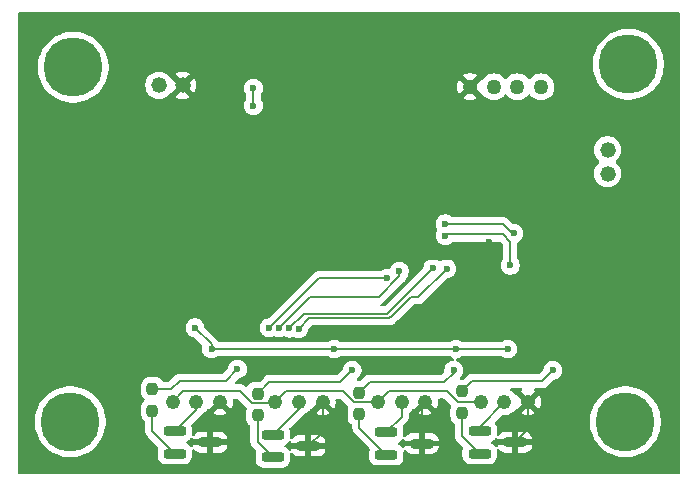
<source format=gbr>
G04 #@! TF.GenerationSoftware,KiCad,Pcbnew,9.0.0*
G04 #@! TF.CreationDate,2025-04-23T00:50:18-04:00*
G04 #@! TF.ProjectId,HallEffectManager,48616c6c-4566-4666-9563-744d616e6167,rev?*
G04 #@! TF.SameCoordinates,Original*
G04 #@! TF.FileFunction,Copper,L2,Bot*
G04 #@! TF.FilePolarity,Positive*
%FSLAX46Y46*%
G04 Gerber Fmt 4.6, Leading zero omitted, Abs format (unit mm)*
G04 Created by KiCad (PCBNEW 9.0.0) date 2025-04-23 00:50:18*
%MOMM*%
%LPD*%
G01*
G04 APERTURE LIST*
G04 Aperture macros list*
%AMRoundRect*
0 Rectangle with rounded corners*
0 $1 Rounding radius*
0 $2 $3 $4 $5 $6 $7 $8 $9 X,Y pos of 4 corners*
0 Add a 4 corners polygon primitive as box body*
4,1,4,$2,$3,$4,$5,$6,$7,$8,$9,$2,$3,0*
0 Add four circle primitives for the rounded corners*
1,1,$1+$1,$2,$3*
1,1,$1+$1,$4,$5*
1,1,$1+$1,$6,$7*
1,1,$1+$1,$8,$9*
0 Add four rect primitives between the rounded corners*
20,1,$1+$1,$2,$3,$4,$5,0*
20,1,$1+$1,$4,$5,$6,$7,0*
20,1,$1+$1,$6,$7,$8,$9,0*
20,1,$1+$1,$8,$9,$2,$3,0*%
G04 Aperture macros list end*
G04 #@! TA.AperFunction,ComponentPad*
%ADD10C,5.000000*%
G04 #@! TD*
G04 #@! TA.AperFunction,ComponentPad*
%ADD11C,1.219200*%
G04 #@! TD*
G04 #@! TA.AperFunction,ComponentPad*
%ADD12C,1.320800*%
G04 #@! TD*
G04 #@! TA.AperFunction,ComponentPad*
%ADD13C,1.270000*%
G04 #@! TD*
G04 #@! TA.AperFunction,SMDPad,CuDef*
%ADD14RoundRect,0.237500X-0.237500X0.250000X-0.237500X-0.250000X0.237500X-0.250000X0.237500X0.250000X0*%
G04 #@! TD*
G04 #@! TA.AperFunction,SMDPad,CuDef*
%ADD15RoundRect,0.200000X-0.750000X-0.200000X0.750000X-0.200000X0.750000X0.200000X-0.750000X0.200000X0*%
G04 #@! TD*
G04 #@! TA.AperFunction,ViaPad*
%ADD16C,0.600000*%
G04 #@! TD*
G04 #@! TA.AperFunction,Conductor*
%ADD17C,0.200000*%
G04 #@! TD*
G04 APERTURE END LIST*
D10*
X180750000Y-87750000D03*
D11*
X142400000Y-86100000D03*
X144400000Y-86100000D03*
X146400001Y-86100000D03*
X159800000Y-86082600D03*
X161800000Y-86082600D03*
X163800001Y-86082600D03*
D10*
X134000000Y-57750000D03*
D11*
X168500000Y-86100000D03*
X170500000Y-86100000D03*
X172500001Y-86100000D03*
D12*
X179232600Y-66750000D03*
X179232600Y-64749999D03*
X143250000Y-59267400D03*
X141249999Y-59267400D03*
D10*
X181000000Y-57500000D03*
X133750000Y-87750000D03*
D11*
X151099999Y-86100000D03*
X153099999Y-86100000D03*
X155100000Y-86100000D03*
D13*
X173600000Y-59400000D03*
X171600001Y-59400000D03*
X169600000Y-59400000D03*
X167600002Y-59400000D03*
D14*
X149600000Y-85387500D03*
X149600000Y-87212500D03*
X158200000Y-85287500D03*
X158200000Y-87112500D03*
D15*
X150900000Y-90750000D03*
X150900000Y-88850000D03*
X153900000Y-89800000D03*
X142600000Y-90450000D03*
X142600000Y-88550000D03*
X145600000Y-89500000D03*
D14*
X140700000Y-84987500D03*
X140700000Y-86812500D03*
X166900000Y-85187500D03*
X166900000Y-87012500D03*
D15*
X168400000Y-90450000D03*
X168400000Y-88550000D03*
X171400000Y-89500000D03*
X160500000Y-90550000D03*
X160500000Y-88650000D03*
X163500000Y-89600000D03*
D16*
X149250000Y-61000000D03*
X149250000Y-59500000D03*
X152600000Y-76600000D03*
X169200000Y-72500000D03*
X162600000Y-63800000D03*
X148200000Y-56800000D03*
X169300000Y-77200000D03*
X147800000Y-71700000D03*
X148200000Y-61800000D03*
X149800000Y-74000000D03*
X149600000Y-62000000D03*
X156400000Y-57200000D03*
X155407815Y-74007815D03*
X164488235Y-79988235D03*
X147900000Y-83300000D03*
X145700000Y-81600000D03*
X156100000Y-81600000D03*
X144300000Y-79800000D03*
X166400000Y-81600000D03*
X170800000Y-81600000D03*
X157600000Y-83400000D03*
X165500000Y-71000000D03*
X171300000Y-71800000D03*
X171000000Y-74500000D03*
X165500000Y-72000000D03*
X166200000Y-83400000D03*
X174600000Y-83400000D03*
X150600000Y-79800000D03*
X160600000Y-75600000D03*
X161600000Y-75000000D03*
X151424266Y-79824263D03*
X164437227Y-74762773D03*
X152265020Y-79832039D03*
X153072794Y-79872794D03*
X165600000Y-74800000D03*
D17*
X149250000Y-59500000D02*
X149250000Y-61000000D01*
X164488235Y-79988235D02*
X164488235Y-79111765D01*
X155407815Y-74007815D02*
X155192185Y-74007815D01*
X152600000Y-76600000D02*
X152400000Y-76600000D01*
X169300000Y-76700000D02*
X168100000Y-75500000D01*
X148400000Y-62000000D02*
X148200000Y-61800000D01*
X145600000Y-86900001D02*
X145600000Y-89500000D01*
X153900000Y-89800000D02*
X155100000Y-88600000D01*
X147800000Y-71700000D02*
X147937500Y-71837500D01*
X168807815Y-74007815D02*
X169200000Y-74400000D01*
X152400000Y-76600000D02*
X149800000Y-74000000D01*
X172500001Y-88399999D02*
X172500001Y-86100000D01*
X147937500Y-71837500D02*
X147937500Y-72937500D01*
X147937500Y-72937500D02*
X149000000Y-74000000D01*
X162112500Y-63800000D02*
X156400000Y-58087500D01*
X169300000Y-77200000D02*
X169300000Y-76700000D01*
X148200000Y-62200000D02*
X148200000Y-61800000D01*
X169200000Y-74400000D02*
X169200000Y-72500000D01*
X146400001Y-86100000D02*
X145600000Y-86900001D01*
X164488235Y-79111765D02*
X168100000Y-75500000D01*
X155192185Y-74007815D02*
X152600000Y-76600000D01*
X171400000Y-89500000D02*
X172500001Y-88399999D01*
X168100000Y-75500000D02*
X169200000Y-74400000D01*
X163500000Y-89600000D02*
X163500000Y-86382601D01*
X147800000Y-71700000D02*
X147800000Y-62600000D01*
X156400000Y-58087500D02*
X156400000Y-57200000D01*
X155100000Y-88600000D02*
X155100000Y-86100000D01*
X149600000Y-62000000D02*
X148400000Y-62000000D01*
X155407815Y-74007815D02*
X168807815Y-74007815D01*
X163500000Y-86382601D02*
X163800001Y-86082600D01*
X147800000Y-62600000D02*
X148200000Y-62200000D01*
X149000000Y-74000000D02*
X149800000Y-74000000D01*
X148200000Y-61800000D02*
X148200000Y-56800000D01*
X162600000Y-63800000D02*
X162112500Y-63800000D01*
X152010599Y-85189400D02*
X156846266Y-85189400D01*
X151099999Y-86100000D02*
X152010599Y-85189400D01*
X149132866Y-86176000D02*
X151023999Y-86176000D01*
X148146266Y-85189400D02*
X149132866Y-86176000D01*
X142400000Y-86100000D02*
X143310600Y-85189400D01*
X160710600Y-85172000D02*
X165628866Y-85172000D01*
X151023999Y-86176000D02*
X151099999Y-86100000D01*
X156846266Y-85189400D02*
X157739466Y-86082600D01*
X157739466Y-86082600D02*
X159800000Y-86082600D01*
X166556866Y-86100000D02*
X168500000Y-86100000D01*
X143310600Y-85189400D02*
X148146266Y-85189400D01*
X165628866Y-85172000D02*
X166556866Y-86100000D01*
X159800000Y-86082600D02*
X160710600Y-85172000D01*
X146900000Y-84300000D02*
X143000000Y-84300000D01*
X142312500Y-84987500D02*
X140700000Y-84987500D01*
X147900000Y-83300000D02*
X146900000Y-84300000D01*
X143000000Y-84300000D02*
X142312500Y-84987500D01*
X156100000Y-81600000D02*
X166400000Y-81600000D01*
X144300000Y-79800000D02*
X145700000Y-81200000D01*
X166400000Y-81600000D02*
X170800000Y-81600000D01*
X145700000Y-81600000D02*
X156100000Y-81600000D01*
X145700000Y-81200000D02*
X145700000Y-81600000D01*
X156600000Y-84400000D02*
X157600000Y-83400000D01*
X152900000Y-84400000D02*
X155100000Y-84400000D01*
X149600000Y-85387500D02*
X150587500Y-84400000D01*
X150587500Y-84400000D02*
X152900000Y-84400000D01*
X155100000Y-84400000D02*
X156600000Y-84400000D01*
X170349943Y-71000000D02*
X165500000Y-71000000D01*
X170349943Y-71000000D02*
X171149943Y-71800000D01*
X171149943Y-71800000D02*
X171300000Y-71800000D01*
X170399000Y-71899000D02*
X165601000Y-71899000D01*
X171000000Y-72500000D02*
X171000000Y-74500000D01*
X171000000Y-72500000D02*
X170399000Y-71899000D01*
X165601000Y-71899000D02*
X165500000Y-72000000D01*
X166200000Y-83600000D02*
X166200000Y-83400000D01*
X165400000Y-84400000D02*
X166200000Y-83600000D01*
X159087500Y-84400000D02*
X165400000Y-84400000D01*
X158200000Y-85287500D02*
X159087500Y-84400000D01*
X167787500Y-84300000D02*
X168200000Y-84300000D01*
X173700000Y-84300000D02*
X174600000Y-83400000D01*
X168200000Y-84300000D02*
X173700000Y-84300000D01*
X166900000Y-85187500D02*
X167787500Y-84300000D01*
X142600000Y-88550000D02*
X144400000Y-86750000D01*
X160600000Y-75600000D02*
X154800000Y-75600000D01*
X150600000Y-79800000D02*
X150679262Y-79800000D01*
X144400000Y-86750000D02*
X144400000Y-86100000D01*
X154800000Y-75600000D02*
X150600000Y-79800000D01*
X150900000Y-88850000D02*
X153099999Y-86650001D01*
X159849943Y-77200000D02*
X154048529Y-77200000D01*
X153099999Y-86650001D02*
X153099999Y-86100000D01*
X152950000Y-86100000D02*
X153099999Y-86100000D01*
X154048529Y-77200000D02*
X151424266Y-79824263D01*
X161600000Y-75000000D02*
X161600000Y-75449943D01*
X161600000Y-75449943D02*
X159849943Y-77200000D01*
X153497059Y-78600000D02*
X160600000Y-78600000D01*
X160600000Y-78600000D02*
X164437227Y-74762773D01*
X161800000Y-87350000D02*
X161800000Y-86082600D01*
X152265020Y-79832039D02*
X153497059Y-78600000D01*
X160500000Y-88650000D02*
X161800000Y-87350000D01*
X163200000Y-77200000D02*
X165600000Y-74800000D01*
X153072794Y-79872794D02*
X153944588Y-79001000D01*
X153944588Y-79001000D02*
X160433900Y-79001000D01*
X168400000Y-88200000D02*
X168400000Y-88550000D01*
X160766100Y-79001000D02*
X161001000Y-78766100D01*
X170500000Y-86100000D02*
X168400000Y-88200000D01*
X162567100Y-77200000D02*
X163200000Y-77200000D01*
X161001000Y-78766100D02*
X162567100Y-77200000D01*
X160433900Y-79001000D02*
X160766100Y-79001000D01*
X140700000Y-88550000D02*
X140700000Y-86812500D01*
X142600000Y-90450000D02*
X140700000Y-88550000D01*
X150900000Y-90750000D02*
X149600000Y-89450000D01*
X149600000Y-89450000D02*
X149600000Y-87212500D01*
X160500000Y-90550000D02*
X158200000Y-88250000D01*
X158200000Y-88250000D02*
X158200000Y-87112500D01*
X168400000Y-90450000D02*
X166900000Y-88950000D01*
X166900000Y-88950000D02*
X166900000Y-87012500D01*
G04 #@! TA.AperFunction,Conductor*
G36*
X171960590Y-84920185D02*
G01*
X172006345Y-84972989D01*
X172016289Y-85042147D01*
X171987264Y-85105703D01*
X171949847Y-85134984D01*
X171918444Y-85150984D01*
X171910390Y-85156835D01*
X171910390Y-85156836D01*
X172497955Y-85744400D01*
X172453185Y-85744400D01*
X172362745Y-85768634D01*
X172281658Y-85815450D01*
X172215451Y-85881657D01*
X172168635Y-85962744D01*
X172144401Y-86053184D01*
X172144401Y-86097953D01*
X171556836Y-85510388D01*
X171519127Y-85513357D01*
X171450750Y-85498993D01*
X171409079Y-85462625D01*
X171399682Y-85449691D01*
X171346737Y-85376818D01*
X171223182Y-85253263D01*
X171081819Y-85150557D01*
X171051256Y-85134984D01*
X171000461Y-85087010D01*
X170983666Y-85019189D01*
X171006203Y-84953054D01*
X171060919Y-84909603D01*
X171107552Y-84900500D01*
X171893551Y-84900500D01*
X171960590Y-84920185D01*
G37*
G04 #@! TD.AperFunction*
G04 #@! TA.AperFunction,Conductor*
G36*
X185342539Y-53120185D02*
G01*
X185388294Y-53172989D01*
X185399500Y-53224500D01*
X185399500Y-92075500D01*
X185379815Y-92142539D01*
X185327011Y-92188294D01*
X185275500Y-92199500D01*
X129424500Y-92199500D01*
X129357461Y-92179815D01*
X129311706Y-92127011D01*
X129300500Y-92075500D01*
X129300500Y-87581491D01*
X130749500Y-87581491D01*
X130749500Y-87918508D01*
X130787231Y-88253381D01*
X130787233Y-88253397D01*
X130862223Y-88581953D01*
X130862227Y-88581965D01*
X130973532Y-88900054D01*
X131119752Y-89203683D01*
X131119754Y-89203686D01*
X131299054Y-89489039D01*
X131432132Y-89655914D01*
X131472490Y-89706522D01*
X131509175Y-89752523D01*
X131747477Y-89990825D01*
X132010961Y-90200946D01*
X132296314Y-90380246D01*
X132296316Y-90380247D01*
X132356039Y-90409008D01*
X132599949Y-90526469D01*
X132838848Y-90610063D01*
X132918034Y-90637772D01*
X132918046Y-90637776D01*
X133246606Y-90712767D01*
X133581492Y-90750499D01*
X133581493Y-90750500D01*
X133581496Y-90750500D01*
X133918507Y-90750500D01*
X133918507Y-90750499D01*
X134253394Y-90712767D01*
X134581954Y-90637776D01*
X134900051Y-90526469D01*
X135203686Y-90380246D01*
X135489039Y-90200946D01*
X135752523Y-89990825D01*
X135990825Y-89752523D01*
X136200946Y-89489039D01*
X136380246Y-89203686D01*
X136526469Y-88900051D01*
X136637776Y-88581954D01*
X136712767Y-88253394D01*
X136750500Y-87918504D01*
X136750500Y-87581496D01*
X136712767Y-87246606D01*
X136637776Y-86918046D01*
X136636123Y-86913323D01*
X136589243Y-86779348D01*
X136526469Y-86599949D01*
X136380246Y-86296314D01*
X136200946Y-86010961D01*
X135990825Y-85747477D01*
X135752523Y-85509175D01*
X135489039Y-85299054D01*
X135253388Y-85150984D01*
X135203683Y-85119752D01*
X134900054Y-84973532D01*
X134581965Y-84862227D01*
X134581953Y-84862223D01*
X134335868Y-84806057D01*
X134253397Y-84787233D01*
X134253381Y-84787231D01*
X133918508Y-84749500D01*
X133918504Y-84749500D01*
X133581496Y-84749500D01*
X133581491Y-84749500D01*
X133246618Y-84787231D01*
X133246602Y-84787233D01*
X132918046Y-84862223D01*
X132918034Y-84862227D01*
X132599945Y-84973532D01*
X132296316Y-85119752D01*
X132010962Y-85299053D01*
X131747477Y-85509174D01*
X131509174Y-85747477D01*
X131299053Y-86010962D01*
X131119752Y-86296316D01*
X130973532Y-86599945D01*
X130862227Y-86918034D01*
X130862223Y-86918046D01*
X130787233Y-87246602D01*
X130787231Y-87246618D01*
X130749500Y-87581491D01*
X129300500Y-87581491D01*
X129300500Y-84688315D01*
X139724500Y-84688315D01*
X139724500Y-85286669D01*
X139724501Y-85286687D01*
X139734825Y-85387752D01*
X139755350Y-85449691D01*
X139789092Y-85551516D01*
X139864678Y-85674061D01*
X139879661Y-85698351D01*
X139993629Y-85812319D01*
X140027114Y-85873642D01*
X140022130Y-85943334D01*
X139993629Y-85987681D01*
X139879661Y-86101648D01*
X139789093Y-86248481D01*
X139789091Y-86248486D01*
X139773242Y-86296316D01*
X139734826Y-86412247D01*
X139734826Y-86412248D01*
X139734825Y-86412248D01*
X139724500Y-86513315D01*
X139724500Y-87111669D01*
X139724501Y-87111687D01*
X139734825Y-87212752D01*
X139789092Y-87376515D01*
X139789093Y-87376518D01*
X139811443Y-87412753D01*
X139879660Y-87523350D01*
X140001650Y-87645340D01*
X140040597Y-87669362D01*
X140087320Y-87721307D01*
X140099500Y-87774900D01*
X140099500Y-88463330D01*
X140099499Y-88463348D01*
X140099499Y-88629054D01*
X140099498Y-88629054D01*
X140099499Y-88629057D01*
X140140423Y-88781785D01*
X140140424Y-88781786D01*
X140156468Y-88809577D01*
X140156469Y-88809578D01*
X140219475Y-88918709D01*
X140219481Y-88918717D01*
X140338349Y-89037585D01*
X140338355Y-89037590D01*
X141166497Y-89865733D01*
X141199982Y-89927056D01*
X141197202Y-89990303D01*
X141195885Y-89994530D01*
X141155914Y-90122804D01*
X141150321Y-90184357D01*
X141149500Y-90193386D01*
X141149500Y-90706613D01*
X141155913Y-90777192D01*
X141155913Y-90777194D01*
X141155914Y-90777196D01*
X141206522Y-90939606D01*
X141289698Y-91077196D01*
X141294530Y-91085188D01*
X141414811Y-91205469D01*
X141414813Y-91205470D01*
X141414815Y-91205472D01*
X141560394Y-91293478D01*
X141722804Y-91344086D01*
X141793384Y-91350500D01*
X141793387Y-91350500D01*
X143406613Y-91350500D01*
X143406616Y-91350500D01*
X143477196Y-91344086D01*
X143639606Y-91293478D01*
X143785185Y-91205472D01*
X143905472Y-91085185D01*
X143993478Y-90939606D01*
X144044086Y-90777196D01*
X144050500Y-90706616D01*
X144050500Y-90193384D01*
X144049681Y-90184382D01*
X144063215Y-90115841D01*
X144111659Y-90065492D01*
X144179633Y-90049327D01*
X144245555Y-90072478D01*
X144279288Y-90109008D01*
X144294925Y-90134874D01*
X144294928Y-90134878D01*
X144415122Y-90255072D01*
X144560604Y-90343019D01*
X144560603Y-90343019D01*
X144722894Y-90393590D01*
X144722893Y-90393590D01*
X144793427Y-90399999D01*
X145349999Y-90399999D01*
X145850000Y-90399999D01*
X146406581Y-90399999D01*
X146477102Y-90393591D01*
X146477107Y-90393590D01*
X146639396Y-90343018D01*
X146784877Y-90255072D01*
X146905072Y-90134877D01*
X146993019Y-89989395D01*
X147043590Y-89827106D01*
X147050000Y-89756572D01*
X147050000Y-89750000D01*
X145850000Y-89750000D01*
X145850000Y-90399999D01*
X145349999Y-90399999D01*
X145350000Y-90399998D01*
X145350000Y-89750000D01*
X144150001Y-89750000D01*
X144150001Y-89756581D01*
X144150808Y-89765470D01*
X144137266Y-89834015D01*
X144088815Y-89884357D01*
X144020839Y-89900513D01*
X143954919Y-89877353D01*
X143921199Y-89840831D01*
X143912902Y-89827106D01*
X143905472Y-89814815D01*
X143905471Y-89814814D01*
X143905468Y-89814810D01*
X143785188Y-89694530D01*
X143783448Y-89693478D01*
X143639606Y-89606522D01*
X143639603Y-89606521D01*
X143638935Y-89606117D01*
X143591747Y-89554589D01*
X143579909Y-89485730D01*
X143607178Y-89421401D01*
X143638935Y-89393883D01*
X143639603Y-89393478D01*
X143639606Y-89393478D01*
X143785185Y-89305472D01*
X143905472Y-89185185D01*
X143921200Y-89159166D01*
X143972725Y-89111981D01*
X144041584Y-89100141D01*
X144105913Y-89127408D01*
X144145288Y-89185126D01*
X144150808Y-89234530D01*
X144150000Y-89243428D01*
X144150000Y-89250000D01*
X145350000Y-89250000D01*
X145850000Y-89250000D01*
X147049999Y-89250000D01*
X147049999Y-89243417D01*
X147043591Y-89172897D01*
X147043590Y-89172892D01*
X146993018Y-89010603D01*
X146905072Y-88865122D01*
X146784877Y-88744927D01*
X146639395Y-88656980D01*
X146639396Y-88656980D01*
X146477105Y-88606409D01*
X146477106Y-88606409D01*
X146406572Y-88600000D01*
X145850000Y-88600000D01*
X145850000Y-89250000D01*
X145350000Y-89250000D01*
X145350000Y-88600000D01*
X144793417Y-88600000D01*
X144722897Y-88606408D01*
X144722892Y-88606409D01*
X144560603Y-88656981D01*
X144415122Y-88744927D01*
X144294928Y-88865121D01*
X144294925Y-88865125D01*
X144279287Y-88890993D01*
X144227758Y-88938179D01*
X144158898Y-88950016D01*
X144094570Y-88922745D01*
X144055198Y-88865025D01*
X144049681Y-88815618D01*
X144050500Y-88806616D01*
X144050500Y-88293384D01*
X144044086Y-88222804D01*
X144002796Y-88090300D01*
X144001647Y-88020441D01*
X144033500Y-87965733D01*
X144768713Y-87230521D01*
X144768716Y-87230520D01*
X144880520Y-87118716D01*
X144884412Y-87111972D01*
X144895335Y-87100805D01*
X144912543Y-87091158D01*
X144926772Y-87077494D01*
X144927421Y-87077159D01*
X144981819Y-87049443D01*
X145123182Y-86946737D01*
X145246737Y-86823182D01*
X145312109Y-86733204D01*
X145315474Y-86729301D01*
X145340658Y-86713023D01*
X145364408Y-86694709D01*
X145370348Y-86693833D01*
X145374153Y-86691374D01*
X145387259Y-86691340D01*
X145419126Y-86686642D01*
X145456837Y-86689609D01*
X146044401Y-86102045D01*
X146044401Y-86146816D01*
X146068635Y-86237256D01*
X146115451Y-86318343D01*
X146181658Y-86384550D01*
X146262745Y-86431366D01*
X146353185Y-86455600D01*
X146397954Y-86455600D01*
X145810389Y-87043162D01*
X145810390Y-87043163D01*
X145818434Y-87049008D01*
X145818446Y-87049015D01*
X145974062Y-87128307D01*
X145974061Y-87128307D01*
X146140167Y-87182277D01*
X146312669Y-87209600D01*
X146487333Y-87209600D01*
X146659834Y-87182277D01*
X146825939Y-87128307D01*
X146981555Y-87049016D01*
X146981560Y-87049012D01*
X146989611Y-87043162D01*
X146402049Y-86455600D01*
X146446817Y-86455600D01*
X146537257Y-86431366D01*
X146618344Y-86384550D01*
X146684551Y-86318343D01*
X146731367Y-86237256D01*
X146755601Y-86146816D01*
X146755601Y-86102047D01*
X147343163Y-86689609D01*
X147349013Y-86681559D01*
X147349017Y-86681554D01*
X147428308Y-86525938D01*
X147482278Y-86359833D01*
X147509601Y-86187332D01*
X147509601Y-86012667D01*
X147497030Y-85933298D01*
X147499425Y-85914758D01*
X147496765Y-85896253D01*
X147503811Y-85880823D01*
X147505985Y-85864005D01*
X147518022Y-85849705D01*
X147525790Y-85832697D01*
X147540060Y-85823526D01*
X147550981Y-85810553D01*
X147568839Y-85805030D01*
X147584568Y-85794923D01*
X147616271Y-85790364D01*
X147617732Y-85789913D01*
X147619503Y-85789900D01*
X147846169Y-85789900D01*
X147913208Y-85809585D01*
X147933850Y-85826219D01*
X148648005Y-86540374D01*
X148648026Y-86540397D01*
X148651690Y-86544061D01*
X148652162Y-86544926D01*
X148655583Y-86548672D01*
X148655593Y-86548684D01*
X148654645Y-86549473D01*
X148685175Y-86605384D01*
X148681715Y-86670746D01*
X148634826Y-86812247D01*
X148634825Y-86812248D01*
X148624500Y-86913315D01*
X148624500Y-87511669D01*
X148624501Y-87511687D01*
X148634825Y-87612752D01*
X148665624Y-87705694D01*
X148689092Y-87776516D01*
X148779660Y-87923350D01*
X148901650Y-88045340D01*
X148940597Y-88069362D01*
X148987320Y-88121307D01*
X148999500Y-88174900D01*
X148999500Y-89363330D01*
X148999499Y-89363348D01*
X148999499Y-89529054D01*
X148999498Y-89529054D01*
X149003347Y-89543417D01*
X149020147Y-89606117D01*
X149040424Y-89681787D01*
X149054704Y-89706520D01*
X149054705Y-89706522D01*
X149119477Y-89818712D01*
X149119481Y-89818717D01*
X149238349Y-89937585D01*
X149238355Y-89937590D01*
X149466497Y-90165732D01*
X149499982Y-90227055D01*
X149497202Y-90290302D01*
X149478810Y-90349327D01*
X149463021Y-90399998D01*
X149455914Y-90422805D01*
X149449500Y-90493386D01*
X149449500Y-91006613D01*
X149455913Y-91077192D01*
X149455913Y-91077194D01*
X149455914Y-91077196D01*
X149489564Y-91185185D01*
X149506522Y-91239606D01*
X149594530Y-91385188D01*
X149714811Y-91505469D01*
X149714813Y-91505470D01*
X149714815Y-91505472D01*
X149860394Y-91593478D01*
X150022804Y-91644086D01*
X150093384Y-91650500D01*
X150093387Y-91650500D01*
X151706613Y-91650500D01*
X151706616Y-91650500D01*
X151777196Y-91644086D01*
X151939606Y-91593478D01*
X152085185Y-91505472D01*
X152205472Y-91385185D01*
X152293478Y-91239606D01*
X152344086Y-91077196D01*
X152350500Y-91006616D01*
X152350500Y-90493384D01*
X152349681Y-90484382D01*
X152363215Y-90415841D01*
X152411659Y-90365492D01*
X152479633Y-90349327D01*
X152545555Y-90372478D01*
X152579288Y-90409008D01*
X152594925Y-90434874D01*
X152594928Y-90434878D01*
X152715122Y-90555072D01*
X152860604Y-90643019D01*
X152860603Y-90643019D01*
X153022894Y-90693590D01*
X153022893Y-90693590D01*
X153093427Y-90699999D01*
X153649999Y-90699999D01*
X154150000Y-90699999D01*
X154706581Y-90699999D01*
X154777102Y-90693591D01*
X154777107Y-90693590D01*
X154939396Y-90643018D01*
X155084877Y-90555072D01*
X155205072Y-90434877D01*
X155293019Y-90289395D01*
X155343590Y-90127106D01*
X155350000Y-90056572D01*
X155350000Y-90050000D01*
X154150000Y-90050000D01*
X154150000Y-90699999D01*
X153649999Y-90699999D01*
X153650000Y-90699998D01*
X153650000Y-90050000D01*
X152450001Y-90050000D01*
X152450001Y-90056581D01*
X152450808Y-90065470D01*
X152437266Y-90134015D01*
X152388815Y-90184357D01*
X152320839Y-90200513D01*
X152254919Y-90177353D01*
X152221199Y-90140831D01*
X152205472Y-90114815D01*
X152205471Y-90114814D01*
X152205468Y-90114810D01*
X152085188Y-89994530D01*
X152085185Y-89994528D01*
X151939606Y-89906522D01*
X151939603Y-89906521D01*
X151938935Y-89906117D01*
X151891747Y-89854589D01*
X151879909Y-89785730D01*
X151907178Y-89721401D01*
X151938935Y-89693883D01*
X151939603Y-89693478D01*
X151939606Y-89693478D01*
X152085185Y-89605472D01*
X152205472Y-89485185D01*
X152221200Y-89459166D01*
X152272725Y-89411981D01*
X152341584Y-89400141D01*
X152405913Y-89427408D01*
X152445288Y-89485126D01*
X152450808Y-89534530D01*
X152450000Y-89543428D01*
X152450000Y-89550000D01*
X153650000Y-89550000D01*
X154150000Y-89550000D01*
X155349999Y-89550000D01*
X155349999Y-89543417D01*
X155343591Y-89472897D01*
X155343590Y-89472892D01*
X155293018Y-89310603D01*
X155205072Y-89165122D01*
X155084877Y-89044927D01*
X154939395Y-88956980D01*
X154939396Y-88956980D01*
X154777105Y-88906409D01*
X154777106Y-88906409D01*
X154706572Y-88900000D01*
X154150000Y-88900000D01*
X154150000Y-89550000D01*
X153650000Y-89550000D01*
X153650000Y-88900000D01*
X153093417Y-88900000D01*
X153022897Y-88906408D01*
X153022892Y-88906409D01*
X152860603Y-88956981D01*
X152715122Y-89044927D01*
X152594928Y-89165121D01*
X152594925Y-89165125D01*
X152579287Y-89190993D01*
X152527758Y-89238179D01*
X152458898Y-89250016D01*
X152394570Y-89222745D01*
X152355198Y-89165025D01*
X152349681Y-89115618D01*
X152350500Y-89106616D01*
X152350500Y-88593384D01*
X152344086Y-88522804D01*
X152302796Y-88390300D01*
X152301647Y-88320441D01*
X152333500Y-88265733D01*
X153422622Y-87176611D01*
X153471984Y-87146363D01*
X153526124Y-87128772D01*
X153526130Y-87128770D01*
X153527039Y-87128307D01*
X153681818Y-87049443D01*
X153823181Y-86946737D01*
X153946736Y-86823182D01*
X154012108Y-86733204D01*
X154015473Y-86729301D01*
X154040657Y-86713023D01*
X154064407Y-86694709D01*
X154070347Y-86693833D01*
X154074152Y-86691374D01*
X154087258Y-86691340D01*
X154119125Y-86686642D01*
X154156836Y-86689609D01*
X154744400Y-86102045D01*
X154744400Y-86146816D01*
X154768634Y-86237256D01*
X154815450Y-86318343D01*
X154881657Y-86384550D01*
X154962744Y-86431366D01*
X155053184Y-86455600D01*
X155097953Y-86455600D01*
X154510388Y-87043162D01*
X154510389Y-87043163D01*
X154518433Y-87049008D01*
X154518445Y-87049015D01*
X154674061Y-87128307D01*
X154674060Y-87128307D01*
X154840166Y-87182277D01*
X155012668Y-87209600D01*
X155187332Y-87209600D01*
X155359833Y-87182277D01*
X155525938Y-87128307D01*
X155681554Y-87049016D01*
X155681559Y-87049012D01*
X155689610Y-87043162D01*
X155102048Y-86455600D01*
X155146816Y-86455600D01*
X155237256Y-86431366D01*
X155318343Y-86384550D01*
X155384550Y-86318343D01*
X155431366Y-86237256D01*
X155455600Y-86146816D01*
X155455600Y-86102047D01*
X156043162Y-86689609D01*
X156049012Y-86681559D01*
X156049016Y-86681554D01*
X156128307Y-86525938D01*
X156182277Y-86359833D01*
X156209600Y-86187332D01*
X156209600Y-86012667D01*
X156197029Y-85933298D01*
X156199424Y-85914758D01*
X156196764Y-85896253D01*
X156203810Y-85880823D01*
X156205984Y-85864005D01*
X156218021Y-85849705D01*
X156225789Y-85832697D01*
X156240059Y-85823526D01*
X156250980Y-85810553D01*
X156268838Y-85805030D01*
X156284567Y-85794923D01*
X156316270Y-85790364D01*
X156317731Y-85789913D01*
X156319502Y-85789900D01*
X156546169Y-85789900D01*
X156613208Y-85809585D01*
X156633850Y-85826219D01*
X157251690Y-86444060D01*
X157285175Y-86505383D01*
X157281715Y-86570745D01*
X157234826Y-86712247D01*
X157234825Y-86712248D01*
X157224500Y-86813315D01*
X157224500Y-87411669D01*
X157224501Y-87411687D01*
X157234825Y-87512752D01*
X157267962Y-87612751D01*
X157289092Y-87676516D01*
X157379660Y-87823350D01*
X157501650Y-87945340D01*
X157540597Y-87969362D01*
X157547419Y-87976947D01*
X157556703Y-87981187D01*
X157570390Y-88002485D01*
X157587320Y-88021307D01*
X157589964Y-88032943D01*
X157594477Y-88039965D01*
X157599500Y-88074900D01*
X157599500Y-88163330D01*
X157599499Y-88163348D01*
X157599499Y-88329054D01*
X157599498Y-88329054D01*
X157640424Y-88481787D01*
X157658234Y-88512634D01*
X157658235Y-88512637D01*
X157719475Y-88618709D01*
X157719481Y-88618717D01*
X157838349Y-88737585D01*
X157838355Y-88737590D01*
X159066497Y-89965732D01*
X159099982Y-90027055D01*
X159097202Y-90090302D01*
X159083312Y-90134878D01*
X159055914Y-90222804D01*
X159055593Y-90226342D01*
X159049500Y-90293386D01*
X159049500Y-90806613D01*
X159055913Y-90877192D01*
X159055913Y-90877194D01*
X159055914Y-90877196D01*
X159096241Y-91006613D01*
X159106522Y-91039606D01*
X159194530Y-91185188D01*
X159314811Y-91305469D01*
X159314813Y-91305470D01*
X159314815Y-91305472D01*
X159460394Y-91393478D01*
X159622804Y-91444086D01*
X159693384Y-91450500D01*
X159693387Y-91450500D01*
X161306613Y-91450500D01*
X161306616Y-91450500D01*
X161377196Y-91444086D01*
X161539606Y-91393478D01*
X161685185Y-91305472D01*
X161805472Y-91185185D01*
X161893478Y-91039606D01*
X161944086Y-90877196D01*
X161950500Y-90806616D01*
X161950500Y-90293384D01*
X161949681Y-90284382D01*
X161963215Y-90215841D01*
X162011659Y-90165492D01*
X162079633Y-90149327D01*
X162145555Y-90172478D01*
X162179288Y-90209008D01*
X162194925Y-90234874D01*
X162194928Y-90234878D01*
X162315122Y-90355072D01*
X162460604Y-90443019D01*
X162460603Y-90443019D01*
X162622894Y-90493590D01*
X162622893Y-90493590D01*
X162693427Y-90499999D01*
X163249999Y-90499999D01*
X163750000Y-90499999D01*
X164306581Y-90499999D01*
X164377102Y-90493591D01*
X164377107Y-90493590D01*
X164539396Y-90443018D01*
X164684877Y-90355072D01*
X164805072Y-90234877D01*
X164893019Y-90089395D01*
X164943590Y-89927106D01*
X164950000Y-89856572D01*
X164950000Y-89850000D01*
X163750000Y-89850000D01*
X163750000Y-90499999D01*
X163249999Y-90499999D01*
X163250000Y-90499998D01*
X163250000Y-89850000D01*
X162050001Y-89850000D01*
X162050001Y-89856581D01*
X162050808Y-89865470D01*
X162037266Y-89934015D01*
X161988815Y-89984357D01*
X161920839Y-90000513D01*
X161854919Y-89977353D01*
X161821199Y-89940831D01*
X161817079Y-89934015D01*
X161805472Y-89914815D01*
X161805471Y-89914814D01*
X161805468Y-89914810D01*
X161685188Y-89794530D01*
X161622398Y-89756572D01*
X161539606Y-89706522D01*
X161539603Y-89706521D01*
X161538935Y-89706117D01*
X161491747Y-89654589D01*
X161479909Y-89585730D01*
X161507178Y-89521401D01*
X161538935Y-89493883D01*
X161539603Y-89493478D01*
X161539606Y-89493478D01*
X161685185Y-89405472D01*
X161805472Y-89285185D01*
X161821200Y-89259166D01*
X161872725Y-89211981D01*
X161941584Y-89200141D01*
X162005913Y-89227408D01*
X162045288Y-89285126D01*
X162050808Y-89334530D01*
X162050000Y-89343428D01*
X162050000Y-89350000D01*
X163250000Y-89350000D01*
X163750000Y-89350000D01*
X164949999Y-89350000D01*
X164949999Y-89343417D01*
X164943591Y-89272897D01*
X164943590Y-89272892D01*
X164893018Y-89110603D01*
X164805072Y-88965122D01*
X164684877Y-88844927D01*
X164539395Y-88756980D01*
X164539396Y-88756980D01*
X164377105Y-88706409D01*
X164377106Y-88706409D01*
X164306572Y-88700000D01*
X163750000Y-88700000D01*
X163750000Y-89350000D01*
X163250000Y-89350000D01*
X163250000Y-88700000D01*
X162693417Y-88700000D01*
X162622897Y-88706408D01*
X162622892Y-88706409D01*
X162460603Y-88756981D01*
X162315122Y-88844927D01*
X162194928Y-88965121D01*
X162194925Y-88965125D01*
X162179287Y-88990993D01*
X162127758Y-89038179D01*
X162058898Y-89050016D01*
X161994570Y-89022745D01*
X161955198Y-88965025D01*
X161949681Y-88915618D01*
X161950500Y-88906616D01*
X161950500Y-88393384D01*
X161944086Y-88322804D01*
X161902796Y-88190300D01*
X161901647Y-88120442D01*
X161933500Y-88065734D01*
X162280520Y-87718716D01*
X162359577Y-87581784D01*
X162400501Y-87429057D01*
X162400501Y-87270942D01*
X162400501Y-87263347D01*
X162400500Y-87263329D01*
X162400500Y-87081651D01*
X162420185Y-87014612D01*
X162451616Y-86981332D01*
X162470004Y-86967973D01*
X162523182Y-86929337D01*
X162646737Y-86805782D01*
X162709079Y-86719974D01*
X162764408Y-86677309D01*
X162819126Y-86669242D01*
X162856837Y-86672209D01*
X163444401Y-86084645D01*
X163444401Y-86129416D01*
X163468635Y-86219856D01*
X163515451Y-86300943D01*
X163581658Y-86367150D01*
X163662745Y-86413966D01*
X163753185Y-86438200D01*
X163797954Y-86438200D01*
X163210389Y-87025762D01*
X163210390Y-87025763D01*
X163218434Y-87031608D01*
X163218446Y-87031615D01*
X163374062Y-87110907D01*
X163374061Y-87110907D01*
X163540167Y-87164877D01*
X163712669Y-87192200D01*
X163887333Y-87192200D01*
X164059834Y-87164877D01*
X164225939Y-87110907D01*
X164381555Y-87031616D01*
X164381560Y-87031612D01*
X164389611Y-87025762D01*
X163802049Y-86438200D01*
X163846817Y-86438200D01*
X163937257Y-86413966D01*
X164018344Y-86367150D01*
X164084551Y-86300943D01*
X164131367Y-86219856D01*
X164155601Y-86129416D01*
X164155601Y-86084647D01*
X164743163Y-86672209D01*
X164749013Y-86664159D01*
X164749017Y-86664154D01*
X164828308Y-86508538D01*
X164882278Y-86342433D01*
X164909601Y-86169932D01*
X164909601Y-85995267D01*
X164897030Y-85915898D01*
X164905985Y-85846605D01*
X164950981Y-85793153D01*
X165017732Y-85772513D01*
X165019503Y-85772500D01*
X165328769Y-85772500D01*
X165395808Y-85792185D01*
X165416450Y-85808819D01*
X165951690Y-86344059D01*
X165985175Y-86405382D01*
X165981715Y-86470743D01*
X165934826Y-86612244D01*
X165934825Y-86612248D01*
X165924500Y-86713315D01*
X165924500Y-87311669D01*
X165924501Y-87311687D01*
X165934825Y-87412752D01*
X165989092Y-87576515D01*
X165989093Y-87576518D01*
X166011443Y-87612753D01*
X166079660Y-87723350D01*
X166201650Y-87845340D01*
X166240597Y-87869362D01*
X166287320Y-87921307D01*
X166299500Y-87974900D01*
X166299500Y-88863330D01*
X166299499Y-88863348D01*
X166299499Y-89029054D01*
X166299498Y-89029054D01*
X166340423Y-89181785D01*
X166369358Y-89231900D01*
X166369359Y-89231904D01*
X166369360Y-89231904D01*
X166419479Y-89318714D01*
X166419481Y-89318717D01*
X166538349Y-89437585D01*
X166538355Y-89437590D01*
X166966497Y-89865732D01*
X166999982Y-89927055D01*
X166997202Y-89990302D01*
X166975361Y-90060394D01*
X166955914Y-90122804D01*
X166950321Y-90184357D01*
X166949500Y-90193386D01*
X166949500Y-90706613D01*
X166955913Y-90777192D01*
X166955913Y-90777194D01*
X166955914Y-90777196D01*
X167006522Y-90939606D01*
X167089698Y-91077196D01*
X167094530Y-91085188D01*
X167214811Y-91205469D01*
X167214813Y-91205470D01*
X167214815Y-91205472D01*
X167360394Y-91293478D01*
X167522804Y-91344086D01*
X167593384Y-91350500D01*
X167593387Y-91350500D01*
X169206613Y-91350500D01*
X169206616Y-91350500D01*
X169277196Y-91344086D01*
X169439606Y-91293478D01*
X169585185Y-91205472D01*
X169705472Y-91085185D01*
X169793478Y-90939606D01*
X169844086Y-90777196D01*
X169850500Y-90706616D01*
X169850500Y-90193384D01*
X169849681Y-90184382D01*
X169863215Y-90115841D01*
X169911659Y-90065492D01*
X169979633Y-90049327D01*
X170045555Y-90072478D01*
X170079288Y-90109008D01*
X170094925Y-90134874D01*
X170094928Y-90134878D01*
X170215122Y-90255072D01*
X170360604Y-90343019D01*
X170360603Y-90343019D01*
X170522894Y-90393590D01*
X170522893Y-90393590D01*
X170593427Y-90399999D01*
X171149999Y-90399999D01*
X171650000Y-90399999D01*
X172206581Y-90399999D01*
X172277102Y-90393591D01*
X172277107Y-90393590D01*
X172439396Y-90343018D01*
X172584877Y-90255072D01*
X172705072Y-90134877D01*
X172793019Y-89989395D01*
X172843590Y-89827106D01*
X172850000Y-89756572D01*
X172850000Y-89750000D01*
X171650000Y-89750000D01*
X171650000Y-90399999D01*
X171149999Y-90399999D01*
X171150000Y-90399998D01*
X171150000Y-89750000D01*
X169950001Y-89750000D01*
X169950001Y-89756581D01*
X169950808Y-89765470D01*
X169937266Y-89834015D01*
X169888815Y-89884357D01*
X169820839Y-89900513D01*
X169754919Y-89877353D01*
X169721199Y-89840831D01*
X169712902Y-89827106D01*
X169705472Y-89814815D01*
X169705471Y-89814814D01*
X169705468Y-89814810D01*
X169585188Y-89694530D01*
X169583448Y-89693478D01*
X169439606Y-89606522D01*
X169439603Y-89606521D01*
X169438935Y-89606117D01*
X169391747Y-89554589D01*
X169379909Y-89485730D01*
X169407178Y-89421401D01*
X169438935Y-89393883D01*
X169439603Y-89393478D01*
X169439606Y-89393478D01*
X169585185Y-89305472D01*
X169705472Y-89185185D01*
X169721200Y-89159166D01*
X169772725Y-89111981D01*
X169841584Y-89100141D01*
X169905913Y-89127408D01*
X169945288Y-89185126D01*
X169950808Y-89234530D01*
X169950000Y-89243428D01*
X169950000Y-89250000D01*
X171150000Y-89250000D01*
X171650000Y-89250000D01*
X172849999Y-89250000D01*
X172849999Y-89243417D01*
X172843591Y-89172897D01*
X172843590Y-89172892D01*
X172793018Y-89010603D01*
X172705072Y-88865122D01*
X172584877Y-88744927D01*
X172439395Y-88656980D01*
X172439396Y-88656980D01*
X172277105Y-88606409D01*
X172277106Y-88606409D01*
X172206572Y-88600000D01*
X171650000Y-88600000D01*
X171650000Y-89250000D01*
X171150000Y-89250000D01*
X171150000Y-88600000D01*
X170593417Y-88600000D01*
X170522897Y-88606408D01*
X170522892Y-88606409D01*
X170360603Y-88656981D01*
X170215122Y-88744927D01*
X170094928Y-88865121D01*
X170094925Y-88865125D01*
X170079287Y-88890993D01*
X170027758Y-88938179D01*
X169958898Y-88950016D01*
X169894570Y-88922745D01*
X169855198Y-88865025D01*
X169849681Y-88815618D01*
X169850500Y-88806616D01*
X169850500Y-88293384D01*
X169844086Y-88222804D01*
X169793478Y-88060394D01*
X169705472Y-87914815D01*
X169705470Y-87914813D01*
X169705469Y-87914811D01*
X169700843Y-87908906D01*
X169702510Y-87907599D01*
X169674142Y-87855646D01*
X169679126Y-87785954D01*
X169707625Y-87741609D01*
X169867743Y-87581491D01*
X177749500Y-87581491D01*
X177749500Y-87918508D01*
X177787231Y-88253381D01*
X177787233Y-88253397D01*
X177862223Y-88581953D01*
X177862227Y-88581965D01*
X177973532Y-88900054D01*
X178119752Y-89203683D01*
X178119754Y-89203686D01*
X178299054Y-89489039D01*
X178432132Y-89655914D01*
X178472490Y-89706522D01*
X178509175Y-89752523D01*
X178747477Y-89990825D01*
X179010961Y-90200946D01*
X179296314Y-90380246D01*
X179296316Y-90380247D01*
X179356039Y-90409008D01*
X179599949Y-90526469D01*
X179838848Y-90610063D01*
X179918034Y-90637772D01*
X179918046Y-90637776D01*
X180246606Y-90712767D01*
X180581492Y-90750499D01*
X180581493Y-90750500D01*
X180581496Y-90750500D01*
X180918507Y-90750500D01*
X180918507Y-90750499D01*
X181253394Y-90712767D01*
X181581954Y-90637776D01*
X181900051Y-90526469D01*
X182203686Y-90380246D01*
X182489039Y-90200946D01*
X182752523Y-89990825D01*
X182990825Y-89752523D01*
X183200946Y-89489039D01*
X183380246Y-89203686D01*
X183526469Y-88900051D01*
X183637776Y-88581954D01*
X183712767Y-88253394D01*
X183750500Y-87918504D01*
X183750500Y-87581496D01*
X183712767Y-87246606D01*
X183637776Y-86918046D01*
X183636123Y-86913323D01*
X183589243Y-86779348D01*
X183526469Y-86599949D01*
X183380246Y-86296314D01*
X183200946Y-86010961D01*
X182990825Y-85747477D01*
X182752523Y-85509175D01*
X182489039Y-85299054D01*
X182253388Y-85150984D01*
X182203683Y-85119752D01*
X181900054Y-84973532D01*
X181581965Y-84862227D01*
X181581953Y-84862223D01*
X181253397Y-84787233D01*
X181253381Y-84787231D01*
X180918508Y-84749500D01*
X180918504Y-84749500D01*
X180581496Y-84749500D01*
X180581491Y-84749500D01*
X180246618Y-84787231D01*
X180246602Y-84787233D01*
X179918046Y-84862223D01*
X179918034Y-84862227D01*
X179599945Y-84973532D01*
X179296316Y-85119752D01*
X179010962Y-85299053D01*
X178747477Y-85509174D01*
X178509174Y-85747477D01*
X178299053Y-86010962D01*
X178119752Y-86296316D01*
X177973532Y-86599945D01*
X177862227Y-86918034D01*
X177862223Y-86918046D01*
X177787233Y-87246602D01*
X177787231Y-87246618D01*
X177749500Y-87581491D01*
X169867743Y-87581491D01*
X170218182Y-87231051D01*
X170279503Y-87197568D01*
X170325256Y-87196261D01*
X170370436Y-87203416D01*
X170412629Y-87210100D01*
X170412633Y-87210100D01*
X170587372Y-87210100D01*
X170759949Y-87182766D01*
X170805255Y-87168045D01*
X170926131Y-87128770D01*
X171081819Y-87049443D01*
X171223182Y-86946737D01*
X171346737Y-86823182D01*
X171412109Y-86733204D01*
X171415474Y-86729301D01*
X171440658Y-86713023D01*
X171464408Y-86694709D01*
X171470348Y-86693833D01*
X171474153Y-86691374D01*
X171487259Y-86691340D01*
X171519126Y-86686642D01*
X171556838Y-86689609D01*
X172144401Y-86102046D01*
X172144401Y-86146816D01*
X172168635Y-86237256D01*
X172215451Y-86318343D01*
X172281658Y-86384550D01*
X172362745Y-86431366D01*
X172453185Y-86455600D01*
X172497954Y-86455600D01*
X171910389Y-87043162D01*
X171910390Y-87043163D01*
X171918434Y-87049008D01*
X171918446Y-87049015D01*
X172074062Y-87128307D01*
X172074061Y-87128307D01*
X172240167Y-87182277D01*
X172412669Y-87209600D01*
X172587333Y-87209600D01*
X172759834Y-87182277D01*
X172925939Y-87128307D01*
X173081555Y-87049016D01*
X173081560Y-87049012D01*
X173089611Y-87043162D01*
X172502049Y-86455600D01*
X172546817Y-86455600D01*
X172637257Y-86431366D01*
X172718344Y-86384550D01*
X172784551Y-86318343D01*
X172831367Y-86237256D01*
X172855601Y-86146816D01*
X172855601Y-86102047D01*
X173443163Y-86689609D01*
X173449013Y-86681559D01*
X173449017Y-86681554D01*
X173528308Y-86525938D01*
X173582278Y-86359833D01*
X173609601Y-86187332D01*
X173609601Y-86012667D01*
X173582278Y-85840166D01*
X173528308Y-85674061D01*
X173449016Y-85518445D01*
X173449009Y-85518433D01*
X173443164Y-85510389D01*
X173443163Y-85510388D01*
X172855601Y-86097951D01*
X172855601Y-86053184D01*
X172831367Y-85962744D01*
X172784551Y-85881657D01*
X172718344Y-85815450D01*
X172637257Y-85768634D01*
X172546817Y-85744400D01*
X172502048Y-85744400D01*
X173089611Y-85156837D01*
X173089610Y-85156836D01*
X173081558Y-85150985D01*
X173050156Y-85134985D01*
X172999360Y-85087010D01*
X172982565Y-85019189D01*
X173005102Y-84953054D01*
X173059818Y-84909603D01*
X173106451Y-84900500D01*
X173613331Y-84900500D01*
X173613347Y-84900501D01*
X173620943Y-84900501D01*
X173779054Y-84900501D01*
X173779057Y-84900501D01*
X173931785Y-84859577D01*
X174002440Y-84818784D01*
X174068716Y-84780520D01*
X174180520Y-84668716D01*
X174180520Y-84668714D01*
X174190724Y-84658511D01*
X174190727Y-84658506D01*
X174614662Y-84234572D01*
X174675983Y-84201089D01*
X174678150Y-84200638D01*
X174736085Y-84189113D01*
X174833497Y-84169737D01*
X174979179Y-84109394D01*
X175110289Y-84021789D01*
X175221789Y-83910289D01*
X175309394Y-83779179D01*
X175369737Y-83633497D01*
X175400500Y-83478842D01*
X175400500Y-83321158D01*
X175400500Y-83321155D01*
X175400499Y-83321153D01*
X175380746Y-83221849D01*
X175369737Y-83166503D01*
X175328314Y-83066498D01*
X175309397Y-83020827D01*
X175309390Y-83020814D01*
X175221789Y-82889711D01*
X175221786Y-82889707D01*
X175110292Y-82778213D01*
X175110288Y-82778210D01*
X174979185Y-82690609D01*
X174979172Y-82690602D01*
X174833501Y-82630264D01*
X174833489Y-82630261D01*
X174678845Y-82599500D01*
X174678842Y-82599500D01*
X174521158Y-82599500D01*
X174521155Y-82599500D01*
X174366510Y-82630261D01*
X174366498Y-82630264D01*
X174220827Y-82690602D01*
X174220814Y-82690609D01*
X174089711Y-82778210D01*
X174089707Y-82778213D01*
X173978213Y-82889707D01*
X173978210Y-82889711D01*
X173890609Y-83020814D01*
X173890602Y-83020827D01*
X173830264Y-83166498D01*
X173830261Y-83166508D01*
X173799361Y-83321850D01*
X173766976Y-83383761D01*
X173765425Y-83385339D01*
X173487584Y-83663181D01*
X173426261Y-83696666D01*
X173399903Y-83699500D01*
X167874170Y-83699500D01*
X167874154Y-83699499D01*
X167866558Y-83699499D01*
X167708443Y-83699499D01*
X167632079Y-83719961D01*
X167555714Y-83740423D01*
X167555709Y-83740426D01*
X167418790Y-83819475D01*
X167418782Y-83819481D01*
X167075082Y-84163181D01*
X167048154Y-84177884D01*
X167022336Y-84194477D01*
X167016135Y-84195368D01*
X167013759Y-84196666D01*
X166987401Y-84199500D01*
X166831940Y-84199500D01*
X166764901Y-84179815D01*
X166719146Y-84127011D01*
X166709202Y-84057853D01*
X166738227Y-83994297D01*
X166744245Y-83987832D01*
X166821789Y-83910289D01*
X166909394Y-83779179D01*
X166969737Y-83633497D01*
X167000500Y-83478842D01*
X167000500Y-83321158D01*
X167000500Y-83321155D01*
X167000499Y-83321153D01*
X166980746Y-83221849D01*
X166969737Y-83166503D01*
X166928314Y-83066498D01*
X166909397Y-83020827D01*
X166909390Y-83020814D01*
X166821789Y-82889711D01*
X166821786Y-82889707D01*
X166710292Y-82778213D01*
X166710288Y-82778210D01*
X166579185Y-82690609D01*
X166579175Y-82690604D01*
X166451125Y-82637564D01*
X166396722Y-82593723D01*
X166374657Y-82527429D01*
X166391936Y-82459729D01*
X166443074Y-82412119D01*
X166474387Y-82401386D01*
X166478841Y-82400500D01*
X166478842Y-82400500D01*
X166633497Y-82369737D01*
X166779179Y-82309394D01*
X166779185Y-82309390D01*
X166910875Y-82221398D01*
X166977553Y-82200520D01*
X166979766Y-82200500D01*
X170220234Y-82200500D01*
X170287273Y-82220185D01*
X170289125Y-82221398D01*
X170420814Y-82309390D01*
X170420827Y-82309397D01*
X170548874Y-82362435D01*
X170566503Y-82369737D01*
X170721153Y-82400499D01*
X170721156Y-82400500D01*
X170721158Y-82400500D01*
X170878844Y-82400500D01*
X170878845Y-82400499D01*
X171033497Y-82369737D01*
X171179179Y-82309394D01*
X171310289Y-82221789D01*
X171421789Y-82110289D01*
X171509394Y-81979179D01*
X171569737Y-81833497D01*
X171600500Y-81678842D01*
X171600500Y-81521158D01*
X171600500Y-81521155D01*
X171600499Y-81521153D01*
X171569738Y-81366510D01*
X171569737Y-81366503D01*
X171567262Y-81360528D01*
X171509397Y-81220827D01*
X171509390Y-81220814D01*
X171421789Y-81089711D01*
X171421786Y-81089707D01*
X171310292Y-80978213D01*
X171310288Y-80978210D01*
X171179181Y-80890607D01*
X171179172Y-80890602D01*
X171033501Y-80830264D01*
X171033489Y-80830261D01*
X170878845Y-80799500D01*
X170878842Y-80799500D01*
X170721158Y-80799500D01*
X170721155Y-80799500D01*
X170566510Y-80830261D01*
X170566498Y-80830264D01*
X170420827Y-80890602D01*
X170420819Y-80890607D01*
X170289125Y-80978602D01*
X170222447Y-80999480D01*
X170220234Y-80999500D01*
X166979766Y-80999500D01*
X166912727Y-80979815D01*
X166910875Y-80978602D01*
X166779181Y-80890607D01*
X166779172Y-80890602D01*
X166633501Y-80830264D01*
X166633489Y-80830261D01*
X166478845Y-80799500D01*
X166478842Y-80799500D01*
X166321158Y-80799500D01*
X166321155Y-80799500D01*
X166166510Y-80830261D01*
X166166498Y-80830264D01*
X166020827Y-80890602D01*
X166020819Y-80890607D01*
X165889125Y-80978602D01*
X165822447Y-80999480D01*
X165820234Y-80999500D01*
X156679766Y-80999500D01*
X156612727Y-80979815D01*
X156610875Y-80978602D01*
X156479181Y-80890607D01*
X156479172Y-80890602D01*
X156333501Y-80830264D01*
X156333489Y-80830261D01*
X156178845Y-80799500D01*
X156178842Y-80799500D01*
X156021158Y-80799500D01*
X156021155Y-80799500D01*
X155866510Y-80830261D01*
X155866498Y-80830264D01*
X155720827Y-80890602D01*
X155720819Y-80890607D01*
X155589125Y-80978602D01*
X155522447Y-80999480D01*
X155520234Y-80999500D01*
X146349231Y-80999500D01*
X146337713Y-80996118D01*
X146325765Y-80997259D01*
X146304810Y-80986456D01*
X146282192Y-80979815D01*
X146272780Y-80969944D01*
X146263662Y-80965244D01*
X146241845Y-80937501D01*
X146214770Y-80890607D01*
X146214768Y-80890605D01*
X146180520Y-80831284D01*
X146068716Y-80719480D01*
X146068715Y-80719479D01*
X146064385Y-80715149D01*
X146064374Y-80715139D01*
X145134574Y-79785339D01*
X145101089Y-79724016D01*
X145100638Y-79721849D01*
X145100500Y-79721153D01*
X149799500Y-79721153D01*
X149799500Y-79878846D01*
X149830261Y-80033489D01*
X149830264Y-80033501D01*
X149890602Y-80179172D01*
X149890609Y-80179185D01*
X149978210Y-80310288D01*
X149978213Y-80310292D01*
X150089707Y-80421786D01*
X150089711Y-80421789D01*
X150220814Y-80509390D01*
X150220827Y-80509397D01*
X150348519Y-80562288D01*
X150366503Y-80569737D01*
X150488481Y-80594000D01*
X150521153Y-80600499D01*
X150521156Y-80600500D01*
X150521158Y-80600500D01*
X150678844Y-80600500D01*
X150678845Y-80600499D01*
X150833497Y-80569737D01*
X150936556Y-80527048D01*
X151006022Y-80519580D01*
X151042463Y-80532254D01*
X151045078Y-80533651D01*
X151045087Y-80533657D01*
X151190769Y-80594000D01*
X151345419Y-80624762D01*
X151345422Y-80624763D01*
X151345424Y-80624763D01*
X151503110Y-80624763D01*
X151503111Y-80624762D01*
X151657763Y-80594000D01*
X151777526Y-80544393D01*
X151787804Y-80540136D01*
X151857273Y-80532667D01*
X151882708Y-80540136D01*
X152031518Y-80601774D01*
X152031523Y-80601776D01*
X152147081Y-80624762D01*
X152186173Y-80632538D01*
X152186176Y-80632539D01*
X152186178Y-80632539D01*
X152343864Y-80632539D01*
X152343865Y-80632538D01*
X152498517Y-80601776D01*
X152575817Y-80569756D01*
X152645285Y-80562288D01*
X152688099Y-80579577D01*
X152688240Y-80579315D01*
X152690681Y-80580619D01*
X152692164Y-80581218D01*
X152693615Y-80582188D01*
X152693617Y-80582189D01*
X152693621Y-80582191D01*
X152815174Y-80632539D01*
X152839297Y-80642531D01*
X152993947Y-80673293D01*
X152993950Y-80673294D01*
X152993952Y-80673294D01*
X153151638Y-80673294D01*
X153151639Y-80673293D01*
X153306291Y-80642531D01*
X153451973Y-80582188D01*
X153583083Y-80494583D01*
X153694583Y-80383083D01*
X153782188Y-80251973D01*
X153842531Y-80106291D01*
X153873294Y-79951636D01*
X153873432Y-79950944D01*
X153905817Y-79889033D01*
X153907312Y-79887510D01*
X154157004Y-79637819D01*
X154218327Y-79604334D01*
X154244685Y-79601500D01*
X160354843Y-79601500D01*
X160679431Y-79601500D01*
X160679447Y-79601501D01*
X160687043Y-79601501D01*
X160845154Y-79601501D01*
X160845157Y-79601501D01*
X160997885Y-79560577D01*
X161061390Y-79523912D01*
X161134816Y-79481520D01*
X161246620Y-79369716D01*
X161246620Y-79369715D01*
X161264048Y-79352287D01*
X161264053Y-79352280D01*
X161481520Y-79134816D01*
X161481520Y-79134814D01*
X161491725Y-79124610D01*
X161491728Y-79124605D01*
X162779516Y-77836819D01*
X162806443Y-77822115D01*
X162832262Y-77805523D01*
X162838462Y-77804631D01*
X162840839Y-77803334D01*
X162867197Y-77800500D01*
X163113331Y-77800500D01*
X163113347Y-77800501D01*
X163120943Y-77800501D01*
X163279054Y-77800501D01*
X163279057Y-77800501D01*
X163431785Y-77759577D01*
X163481904Y-77730639D01*
X163568716Y-77680520D01*
X163680520Y-77568716D01*
X163680520Y-77568714D01*
X163690728Y-77558507D01*
X163690729Y-77558504D01*
X165614664Y-75634571D01*
X165675985Y-75601088D01*
X165678152Y-75600637D01*
X165678841Y-75600500D01*
X165678842Y-75600500D01*
X165833497Y-75569737D01*
X165979179Y-75509394D01*
X166110289Y-75421789D01*
X166221789Y-75310289D01*
X166309394Y-75179179D01*
X166369737Y-75033497D01*
X166400500Y-74878842D01*
X166400500Y-74721158D01*
X166400500Y-74721155D01*
X166400499Y-74721153D01*
X166380542Y-74620824D01*
X166369737Y-74566503D01*
X166337929Y-74489711D01*
X166309397Y-74420827D01*
X166309390Y-74420814D01*
X166221789Y-74289711D01*
X166221786Y-74289707D01*
X166110292Y-74178213D01*
X166110288Y-74178210D01*
X165979185Y-74090609D01*
X165979172Y-74090602D01*
X165833501Y-74030264D01*
X165833489Y-74030261D01*
X165678845Y-73999500D01*
X165678842Y-73999500D01*
X165521158Y-73999500D01*
X165521155Y-73999500D01*
X165366510Y-74030261D01*
X165366498Y-74030264D01*
X165220827Y-74090602D01*
X165220809Y-74090612D01*
X165111400Y-74163717D01*
X165044723Y-74184595D01*
X164977343Y-74166110D01*
X164954829Y-74148296D01*
X164947519Y-74140986D01*
X164947515Y-74140983D01*
X164816412Y-74053382D01*
X164816399Y-74053375D01*
X164670728Y-73993037D01*
X164670716Y-73993034D01*
X164516072Y-73962273D01*
X164516069Y-73962273D01*
X164358385Y-73962273D01*
X164358382Y-73962273D01*
X164203737Y-73993034D01*
X164203725Y-73993037D01*
X164058054Y-74053375D01*
X164058041Y-74053382D01*
X163926938Y-74140983D01*
X163926934Y-74140986D01*
X163815440Y-74252480D01*
X163815437Y-74252484D01*
X163727836Y-74383587D01*
X163727829Y-74383600D01*
X163667491Y-74529271D01*
X163667488Y-74529281D01*
X163636588Y-74684623D01*
X163604203Y-74746534D01*
X163602652Y-74748112D01*
X160387584Y-77963181D01*
X160326261Y-77996666D01*
X160299903Y-77999500D01*
X160125893Y-77999500D01*
X160121763Y-77998287D01*
X160117562Y-77999220D01*
X160088527Y-77988528D01*
X160058854Y-77979815D01*
X160056036Y-77976563D01*
X160051997Y-77975076D01*
X160033352Y-77950384D01*
X160013099Y-77927011D01*
X160012486Y-77922751D01*
X160009893Y-77919317D01*
X160007557Y-77888471D01*
X160003155Y-77857853D01*
X160004942Y-77853938D01*
X160004618Y-77849647D01*
X160019329Y-77822436D01*
X160032180Y-77794297D01*
X160036380Y-77790897D01*
X160037847Y-77788185D01*
X160048893Y-77780770D01*
X160066013Y-77766916D01*
X160077046Y-77760831D01*
X160081728Y-77759577D01*
X160131847Y-77730639D01*
X160218659Y-77680520D01*
X160330463Y-77568716D01*
X160330463Y-77568714D01*
X160340671Y-77558507D01*
X160340673Y-77558504D01*
X161958506Y-75940671D01*
X161958511Y-75940667D01*
X161968714Y-75930463D01*
X161968716Y-75930463D01*
X162080520Y-75818659D01*
X162159577Y-75681727D01*
X162190957Y-75564613D01*
X162219065Y-75515936D01*
X162217923Y-75514999D01*
X162221783Y-75510294D01*
X162221789Y-75510289D01*
X162309394Y-75379179D01*
X162369737Y-75233497D01*
X162400500Y-75078842D01*
X162400500Y-74921158D01*
X162400500Y-74921155D01*
X162400499Y-74921153D01*
X162392148Y-74879172D01*
X162369737Y-74766503D01*
X162350955Y-74721158D01*
X162309397Y-74620827D01*
X162309390Y-74620814D01*
X162221789Y-74489711D01*
X162221786Y-74489707D01*
X162110292Y-74378213D01*
X162110288Y-74378210D01*
X161979185Y-74290609D01*
X161979172Y-74290602D01*
X161833501Y-74230264D01*
X161833489Y-74230261D01*
X161678845Y-74199500D01*
X161678842Y-74199500D01*
X161521158Y-74199500D01*
X161521155Y-74199500D01*
X161366510Y-74230261D01*
X161366498Y-74230264D01*
X161220827Y-74290602D01*
X161220814Y-74290609D01*
X161089711Y-74378210D01*
X161089707Y-74378213D01*
X160978213Y-74489707D01*
X160978210Y-74489711D01*
X160890609Y-74620814D01*
X160890604Y-74620824D01*
X160845052Y-74730797D01*
X160801211Y-74785200D01*
X160734917Y-74807265D01*
X160706301Y-74804962D01*
X160678842Y-74799500D01*
X160521158Y-74799500D01*
X160521155Y-74799500D01*
X160366510Y-74830261D01*
X160366498Y-74830264D01*
X160220827Y-74890602D01*
X160220814Y-74890609D01*
X160089125Y-74978602D01*
X160022447Y-74999480D01*
X160020234Y-74999500D01*
X154886669Y-74999500D01*
X154886653Y-74999499D01*
X154879057Y-74999499D01*
X154720943Y-74999499D01*
X154613587Y-75028265D01*
X154568210Y-75040424D01*
X154568209Y-75040425D01*
X154518096Y-75069359D01*
X154518095Y-75069360D01*
X154501665Y-75078846D01*
X154431285Y-75119479D01*
X154431282Y-75119481D01*
X150585339Y-78965425D01*
X150524016Y-78998910D01*
X150521850Y-78999361D01*
X150366508Y-79030261D01*
X150366498Y-79030264D01*
X150220827Y-79090602D01*
X150220814Y-79090609D01*
X150089711Y-79178210D01*
X150089707Y-79178213D01*
X149978213Y-79289707D01*
X149978210Y-79289711D01*
X149890609Y-79420814D01*
X149890602Y-79420827D01*
X149830264Y-79566498D01*
X149830261Y-79566510D01*
X149799500Y-79721153D01*
X145100500Y-79721153D01*
X145077262Y-79604334D01*
X145069737Y-79566503D01*
X145052100Y-79523923D01*
X145009397Y-79420827D01*
X145009390Y-79420814D01*
X144921789Y-79289711D01*
X144921786Y-79289707D01*
X144810292Y-79178213D01*
X144810288Y-79178210D01*
X144679185Y-79090609D01*
X144679172Y-79090602D01*
X144533501Y-79030264D01*
X144533489Y-79030261D01*
X144378845Y-78999500D01*
X144378842Y-78999500D01*
X144221158Y-78999500D01*
X144221155Y-78999500D01*
X144066510Y-79030261D01*
X144066498Y-79030264D01*
X143920827Y-79090602D01*
X143920814Y-79090609D01*
X143789711Y-79178210D01*
X143789707Y-79178213D01*
X143678213Y-79289707D01*
X143678210Y-79289711D01*
X143590609Y-79420814D01*
X143590602Y-79420827D01*
X143530264Y-79566498D01*
X143530261Y-79566510D01*
X143499500Y-79721153D01*
X143499500Y-79878846D01*
X143530261Y-80033489D01*
X143530264Y-80033501D01*
X143590602Y-80179172D01*
X143590609Y-80179185D01*
X143678210Y-80310288D01*
X143678213Y-80310292D01*
X143789707Y-80421786D01*
X143789711Y-80421789D01*
X143920814Y-80509390D01*
X143920827Y-80509397D01*
X144048519Y-80562288D01*
X144066503Y-80569737D01*
X144114655Y-80579315D01*
X144221849Y-80600638D01*
X144283760Y-80633023D01*
X144285339Y-80634574D01*
X144897958Y-81247193D01*
X144931443Y-81308516D01*
X144929382Y-81360116D01*
X144931451Y-81360528D01*
X144899500Y-81521153D01*
X144899500Y-81678846D01*
X144930261Y-81833489D01*
X144930264Y-81833501D01*
X144990602Y-81979172D01*
X144990609Y-81979185D01*
X145078210Y-82110288D01*
X145078213Y-82110292D01*
X145189707Y-82221786D01*
X145189711Y-82221789D01*
X145320814Y-82309390D01*
X145320827Y-82309397D01*
X145448874Y-82362435D01*
X145466503Y-82369737D01*
X145621153Y-82400499D01*
X145621156Y-82400500D01*
X145621158Y-82400500D01*
X145778844Y-82400500D01*
X145778845Y-82400499D01*
X145933497Y-82369737D01*
X146079179Y-82309394D01*
X146079185Y-82309390D01*
X146210875Y-82221398D01*
X146277553Y-82200520D01*
X146279766Y-82200500D01*
X155520234Y-82200500D01*
X155587273Y-82220185D01*
X155589125Y-82221398D01*
X155720814Y-82309390D01*
X155720827Y-82309397D01*
X155848874Y-82362435D01*
X155866503Y-82369737D01*
X156021153Y-82400499D01*
X156021156Y-82400500D01*
X156021158Y-82400500D01*
X156178844Y-82400500D01*
X156178845Y-82400499D01*
X156333497Y-82369737D01*
X156479179Y-82309394D01*
X156479185Y-82309390D01*
X156610875Y-82221398D01*
X156677553Y-82200520D01*
X156679766Y-82200500D01*
X165820234Y-82200500D01*
X165887273Y-82220185D01*
X165889125Y-82221398D01*
X166020814Y-82309390D01*
X166020827Y-82309397D01*
X166148873Y-82362435D01*
X166203277Y-82406276D01*
X166225342Y-82472570D01*
X166208063Y-82540269D01*
X166156926Y-82587880D01*
X166125613Y-82598613D01*
X165966508Y-82630261D01*
X165966498Y-82630264D01*
X165820827Y-82690602D01*
X165820814Y-82690609D01*
X165689711Y-82778210D01*
X165689707Y-82778213D01*
X165578213Y-82889707D01*
X165578210Y-82889711D01*
X165490609Y-83020814D01*
X165490602Y-83020827D01*
X165430264Y-83166498D01*
X165430261Y-83166510D01*
X165399500Y-83321153D01*
X165399500Y-83478842D01*
X165400097Y-83484904D01*
X165397624Y-83485147D01*
X165392328Y-83543907D01*
X165364648Y-83586115D01*
X165187582Y-83763182D01*
X165126262Y-83796666D01*
X165099903Y-83799500D01*
X159174170Y-83799500D01*
X159174154Y-83799499D01*
X159166558Y-83799499D01*
X159008443Y-83799499D01*
X158933893Y-83819475D01*
X158855714Y-83840423D01*
X158855709Y-83840426D01*
X158718790Y-83919475D01*
X158718782Y-83919481D01*
X158375082Y-84263181D01*
X158348154Y-84277884D01*
X158322336Y-84294477D01*
X158316135Y-84295368D01*
X158313759Y-84296666D01*
X158287401Y-84299500D01*
X158103438Y-84299500D01*
X158036399Y-84279815D01*
X157990644Y-84227011D01*
X157980700Y-84157853D01*
X158009725Y-84094297D01*
X158034545Y-84072399D01*
X158110289Y-84021789D01*
X158221789Y-83910289D01*
X158309394Y-83779179D01*
X158369737Y-83633497D01*
X158400500Y-83478842D01*
X158400500Y-83321158D01*
X158400500Y-83321155D01*
X158400499Y-83321153D01*
X158380746Y-83221849D01*
X158369737Y-83166503D01*
X158328314Y-83066498D01*
X158309397Y-83020827D01*
X158309390Y-83020814D01*
X158221789Y-82889711D01*
X158221786Y-82889707D01*
X158110292Y-82778213D01*
X158110288Y-82778210D01*
X157979185Y-82690609D01*
X157979172Y-82690602D01*
X157833501Y-82630264D01*
X157833489Y-82630261D01*
X157678845Y-82599500D01*
X157678842Y-82599500D01*
X157521158Y-82599500D01*
X157521155Y-82599500D01*
X157366510Y-82630261D01*
X157366498Y-82630264D01*
X157220827Y-82690602D01*
X157220814Y-82690609D01*
X157089711Y-82778210D01*
X157089707Y-82778213D01*
X156978213Y-82889707D01*
X156978210Y-82889711D01*
X156890609Y-83020814D01*
X156890602Y-83020827D01*
X156830264Y-83166498D01*
X156830261Y-83166508D01*
X156799362Y-83321849D01*
X156766977Y-83383759D01*
X156765426Y-83385338D01*
X156387584Y-83763181D01*
X156326261Y-83796666D01*
X156299903Y-83799500D01*
X150674169Y-83799500D01*
X150674153Y-83799499D01*
X150666557Y-83799499D01*
X150508443Y-83799499D01*
X150401087Y-83828265D01*
X150355710Y-83840424D01*
X150355709Y-83840425D01*
X150305596Y-83869359D01*
X150305595Y-83869360D01*
X150262189Y-83894420D01*
X150218785Y-83919479D01*
X150218782Y-83919481D01*
X150106978Y-84031286D01*
X149775082Y-84363181D01*
X149713759Y-84396666D01*
X149687401Y-84399500D01*
X149313330Y-84399500D01*
X149313312Y-84399501D01*
X149212247Y-84409825D01*
X149048484Y-84464092D01*
X149048481Y-84464093D01*
X148901648Y-84554661D01*
X148779659Y-84676650D01*
X148748718Y-84726814D01*
X148696770Y-84773538D01*
X148627807Y-84784759D01*
X148570650Y-84762292D01*
X148562559Y-84756457D01*
X148514982Y-84708880D01*
X148428170Y-84658760D01*
X148378051Y-84629823D01*
X148225323Y-84588899D01*
X148067209Y-84588899D01*
X148059619Y-84588899D01*
X148059597Y-84588900D01*
X147759697Y-84588900D01*
X147692658Y-84569215D01*
X147646903Y-84516411D01*
X147636959Y-84447253D01*
X147665984Y-84383697D01*
X147672016Y-84377219D01*
X147698554Y-84350681D01*
X147914665Y-84134570D01*
X147921646Y-84130758D01*
X147926304Y-84124304D01*
X147951873Y-84114253D01*
X147975984Y-84101088D01*
X147978151Y-84100637D01*
X147978840Y-84100500D01*
X147978842Y-84100500D01*
X148133497Y-84069737D01*
X148278136Y-84009826D01*
X148279172Y-84009397D01*
X148279172Y-84009396D01*
X148279179Y-84009394D01*
X148410289Y-83921789D01*
X148521789Y-83810289D01*
X148609394Y-83679179D01*
X148669737Y-83533497D01*
X148700500Y-83378842D01*
X148700500Y-83221158D01*
X148700500Y-83221155D01*
X148700499Y-83221153D01*
X148669738Y-83066510D01*
X148669738Y-83066508D01*
X148669737Y-83066503D01*
X148650812Y-83020814D01*
X148609397Y-82920827D01*
X148609390Y-82920814D01*
X148521789Y-82789711D01*
X148521786Y-82789707D01*
X148410292Y-82678213D01*
X148410288Y-82678210D01*
X148279185Y-82590609D01*
X148279172Y-82590602D01*
X148133501Y-82530264D01*
X148133489Y-82530261D01*
X147978845Y-82499500D01*
X147978842Y-82499500D01*
X147821158Y-82499500D01*
X147821155Y-82499500D01*
X147666510Y-82530261D01*
X147666498Y-82530264D01*
X147520827Y-82590602D01*
X147520814Y-82590609D01*
X147389711Y-82678210D01*
X147389707Y-82678213D01*
X147278213Y-82789707D01*
X147278210Y-82789711D01*
X147190609Y-82920814D01*
X147190602Y-82920827D01*
X147130264Y-83066498D01*
X147130261Y-83066508D01*
X147099362Y-83221849D01*
X147066977Y-83283759D01*
X147065426Y-83285338D01*
X146687584Y-83663181D01*
X146626261Y-83696666D01*
X146599903Y-83699500D01*
X143086669Y-83699500D01*
X143086653Y-83699499D01*
X143079057Y-83699499D01*
X142920943Y-83699499D01*
X142768215Y-83740423D01*
X142768214Y-83740423D01*
X142719212Y-83768715D01*
X142719211Y-83768715D01*
X142631290Y-83819475D01*
X142631282Y-83819481D01*
X142540477Y-83910287D01*
X142519480Y-83931284D01*
X142519478Y-83931286D01*
X142292912Y-84157853D01*
X142100084Y-84350681D01*
X142038761Y-84384166D01*
X142012403Y-84387000D01*
X141657611Y-84387000D01*
X141590572Y-84367315D01*
X141552072Y-84328096D01*
X141520340Y-84276650D01*
X141398351Y-84154661D01*
X141398350Y-84154660D01*
X141251516Y-84064092D01*
X141087753Y-84009826D01*
X141087751Y-84009825D01*
X140986678Y-83999500D01*
X140413330Y-83999500D01*
X140413312Y-83999501D01*
X140312247Y-84009825D01*
X140148484Y-84064092D01*
X140148481Y-84064093D01*
X140001648Y-84154661D01*
X139879661Y-84276648D01*
X139789093Y-84423481D01*
X139789091Y-84423486D01*
X139778761Y-84454660D01*
X139734826Y-84587247D01*
X139734826Y-84587248D01*
X139734825Y-84587248D01*
X139724500Y-84688315D01*
X129300500Y-84688315D01*
X129300500Y-70921153D01*
X164699500Y-70921153D01*
X164699500Y-71078846D01*
X164730261Y-71233489D01*
X164730264Y-71233501D01*
X164790602Y-71379172D01*
X164790609Y-71379185D01*
X164825304Y-71431109D01*
X164846182Y-71497786D01*
X164827698Y-71565167D01*
X164825304Y-71568891D01*
X164790609Y-71620814D01*
X164790602Y-71620827D01*
X164730264Y-71766498D01*
X164730261Y-71766510D01*
X164699500Y-71921153D01*
X164699500Y-72078846D01*
X164730261Y-72233489D01*
X164730264Y-72233501D01*
X164790602Y-72379172D01*
X164790609Y-72379185D01*
X164878210Y-72510288D01*
X164878213Y-72510292D01*
X164989707Y-72621786D01*
X164989711Y-72621789D01*
X165120814Y-72709390D01*
X165120827Y-72709397D01*
X165215799Y-72748735D01*
X165266503Y-72769737D01*
X165419132Y-72800097D01*
X165421153Y-72800499D01*
X165421156Y-72800500D01*
X165421158Y-72800500D01*
X165578844Y-72800500D01*
X165578845Y-72800499D01*
X165733497Y-72769737D01*
X165879179Y-72709394D01*
X166010289Y-72621789D01*
X166010292Y-72621786D01*
X166096260Y-72535819D01*
X166157583Y-72502334D01*
X166183941Y-72499500D01*
X170098903Y-72499500D01*
X170128343Y-72508144D01*
X170158330Y-72514668D01*
X170163345Y-72518422D01*
X170165942Y-72519185D01*
X170186584Y-72535819D01*
X170363181Y-72712416D01*
X170396666Y-72773739D01*
X170399500Y-72800097D01*
X170399500Y-73920234D01*
X170379815Y-73987273D01*
X170378602Y-73989125D01*
X170290609Y-74120814D01*
X170290602Y-74120827D01*
X170230264Y-74266498D01*
X170230261Y-74266510D01*
X170199500Y-74421153D01*
X170199500Y-74578846D01*
X170230261Y-74733489D01*
X170230264Y-74733501D01*
X170290602Y-74879172D01*
X170290609Y-74879185D01*
X170378210Y-75010288D01*
X170378213Y-75010292D01*
X170489707Y-75121786D01*
X170489711Y-75121789D01*
X170620814Y-75209390D01*
X170620827Y-75209397D01*
X170766498Y-75269735D01*
X170766503Y-75269737D01*
X170921153Y-75300499D01*
X170921156Y-75300500D01*
X170921158Y-75300500D01*
X171078844Y-75300500D01*
X171078845Y-75300499D01*
X171233497Y-75269737D01*
X171379179Y-75209394D01*
X171510289Y-75121789D01*
X171621789Y-75010289D01*
X171709394Y-74879179D01*
X171769737Y-74733497D01*
X171800500Y-74578842D01*
X171800500Y-74421158D01*
X171800500Y-74421155D01*
X171800499Y-74421153D01*
X171774531Y-74290606D01*
X171769737Y-74266503D01*
X171754905Y-74230695D01*
X171709397Y-74120827D01*
X171709390Y-74120814D01*
X171621398Y-73989125D01*
X171600520Y-73922447D01*
X171600500Y-73920234D01*
X171600500Y-72624837D01*
X171620185Y-72557798D01*
X171672989Y-72512043D01*
X171676986Y-72510302D01*
X171679179Y-72509394D01*
X171810289Y-72421789D01*
X171921789Y-72310289D01*
X172009394Y-72179179D01*
X172069737Y-72033497D01*
X172100500Y-71878842D01*
X172100500Y-71721158D01*
X172100500Y-71721155D01*
X172100499Y-71721153D01*
X172080543Y-71620827D01*
X172069737Y-71566503D01*
X172041274Y-71497786D01*
X172009397Y-71420827D01*
X172009390Y-71420814D01*
X171921789Y-71289711D01*
X171921786Y-71289707D01*
X171810292Y-71178213D01*
X171810288Y-71178210D01*
X171679185Y-71090609D01*
X171679172Y-71090602D01*
X171533501Y-71030264D01*
X171533489Y-71030261D01*
X171378845Y-70999500D01*
X171378842Y-70999500D01*
X171250040Y-70999500D01*
X171183001Y-70979815D01*
X171162359Y-70963181D01*
X170837533Y-70638355D01*
X170837531Y-70638352D01*
X170718660Y-70519481D01*
X170718659Y-70519480D01*
X170631847Y-70469360D01*
X170631847Y-70469359D01*
X170631843Y-70469358D01*
X170581728Y-70440423D01*
X170429000Y-70399499D01*
X170270886Y-70399499D01*
X170263290Y-70399499D01*
X170263274Y-70399500D01*
X166079766Y-70399500D01*
X166012727Y-70379815D01*
X166010875Y-70378602D01*
X165879185Y-70290609D01*
X165879172Y-70290602D01*
X165733501Y-70230264D01*
X165733489Y-70230261D01*
X165578845Y-70199500D01*
X165578842Y-70199500D01*
X165421158Y-70199500D01*
X165421155Y-70199500D01*
X165266510Y-70230261D01*
X165266498Y-70230264D01*
X165120827Y-70290602D01*
X165120814Y-70290609D01*
X164989711Y-70378210D01*
X164989707Y-70378213D01*
X164878213Y-70489707D01*
X164878210Y-70489711D01*
X164790609Y-70620814D01*
X164790602Y-70620827D01*
X164730264Y-70766498D01*
X164730261Y-70766510D01*
X164699500Y-70921153D01*
X129300500Y-70921153D01*
X129300500Y-64658628D01*
X178071700Y-64658628D01*
X178071700Y-64841369D01*
X178100284Y-65021840D01*
X178100285Y-65021844D01*
X178156752Y-65195630D01*
X178239709Y-65358443D01*
X178347115Y-65506275D01*
X178476324Y-65635484D01*
X178495865Y-65649681D01*
X178538531Y-65705010D01*
X178544511Y-65774623D01*
X178511905Y-65836418D01*
X178495867Y-65850316D01*
X178476324Y-65864514D01*
X178347117Y-65993721D01*
X178239709Y-66141555D01*
X178156753Y-66304366D01*
X178100284Y-66478158D01*
X178071700Y-66658629D01*
X178071700Y-66841370D01*
X178100284Y-67021841D01*
X178100285Y-67021845D01*
X178156752Y-67195631D01*
X178239709Y-67358444D01*
X178347115Y-67506276D01*
X178476324Y-67635485D01*
X178624156Y-67742891D01*
X178786969Y-67825848D01*
X178960755Y-67882315D01*
X179028435Y-67893034D01*
X179141230Y-67910900D01*
X179141235Y-67910900D01*
X179323970Y-67910900D01*
X179424231Y-67895019D01*
X179504445Y-67882315D01*
X179678231Y-67825848D01*
X179841044Y-67742891D01*
X179988876Y-67635485D01*
X180118085Y-67506276D01*
X180225491Y-67358444D01*
X180308448Y-67195631D01*
X180364915Y-67021845D01*
X180377619Y-66941631D01*
X180393500Y-66841370D01*
X180393500Y-66658629D01*
X180364915Y-66478158D01*
X180364915Y-66478155D01*
X180308448Y-66304369D01*
X180225491Y-66141556D01*
X180118085Y-65993724D01*
X179988876Y-65864515D01*
X179969333Y-65850316D01*
X179926668Y-65794988D01*
X179920689Y-65725374D01*
X179953294Y-65663579D01*
X179969330Y-65649684D01*
X179988876Y-65635484D01*
X180118085Y-65506275D01*
X180225491Y-65358443D01*
X180308448Y-65195630D01*
X180364915Y-65021844D01*
X180377619Y-64941630D01*
X180393500Y-64841369D01*
X180393500Y-64658628D01*
X180364915Y-64478157D01*
X180364915Y-64478154D01*
X180308448Y-64304368D01*
X180225491Y-64141555D01*
X180118085Y-63993723D01*
X179988876Y-63864514D01*
X179841044Y-63757108D01*
X179678231Y-63674151D01*
X179504445Y-63617684D01*
X179504443Y-63617683D01*
X179504441Y-63617683D01*
X179323970Y-63589099D01*
X179323965Y-63589099D01*
X179141235Y-63589099D01*
X179141230Y-63589099D01*
X178960758Y-63617683D01*
X178786966Y-63674152D01*
X178624155Y-63757108D01*
X178476321Y-63864516D01*
X178347117Y-63993720D01*
X178239709Y-64141554D01*
X178156753Y-64304365D01*
X178100284Y-64478157D01*
X178071700Y-64658628D01*
X129300500Y-64658628D01*
X129300500Y-57581491D01*
X130999500Y-57581491D01*
X130999500Y-57918508D01*
X131037231Y-58253381D01*
X131037233Y-58253397D01*
X131112223Y-58581953D01*
X131112227Y-58581965D01*
X131223532Y-58900054D01*
X131369752Y-59203683D01*
X131369754Y-59203686D01*
X131549054Y-59489039D01*
X131759175Y-59752523D01*
X131997477Y-59990825D01*
X132260961Y-60200946D01*
X132546314Y-60380246D01*
X132849949Y-60526469D01*
X133088848Y-60610063D01*
X133168034Y-60637772D01*
X133168046Y-60637776D01*
X133496606Y-60712767D01*
X133831492Y-60750499D01*
X133831493Y-60750500D01*
X133831496Y-60750500D01*
X134168507Y-60750500D01*
X134168507Y-60750499D01*
X134503394Y-60712767D01*
X134831954Y-60637776D01*
X135150051Y-60526469D01*
X135453686Y-60380246D01*
X135739039Y-60200946D01*
X136002523Y-59990825D01*
X136240825Y-59752523D01*
X136450946Y-59489039D01*
X136630246Y-59203686D01*
X136643565Y-59176029D01*
X140089099Y-59176029D01*
X140089099Y-59358770D01*
X140117683Y-59539241D01*
X140117684Y-59539245D01*
X140174151Y-59713031D01*
X140257108Y-59875844D01*
X140364514Y-60023676D01*
X140493723Y-60152885D01*
X140641555Y-60260291D01*
X140804368Y-60343248D01*
X140978154Y-60399715D01*
X141045834Y-60410434D01*
X141158629Y-60428300D01*
X141158634Y-60428300D01*
X141341369Y-60428300D01*
X141441630Y-60412419D01*
X141521844Y-60399715D01*
X141695630Y-60343248D01*
X141858443Y-60260291D01*
X142006275Y-60152885D01*
X142135484Y-60023676D01*
X142194739Y-59942117D01*
X142198326Y-59938000D01*
X142223332Y-59922019D01*
X142246840Y-59903892D01*
X142253156Y-59902960D01*
X142257200Y-59900377D01*
X142263453Y-59900393D01*
X142843600Y-59320246D01*
X142843600Y-59320904D01*
X142871295Y-59424265D01*
X142924799Y-59516936D01*
X143000464Y-59592601D01*
X143093135Y-59646105D01*
X143196496Y-59673800D01*
X143197153Y-59673800D01*
X142624019Y-60246931D01*
X142641817Y-60259862D01*
X142804556Y-60342783D01*
X142978271Y-60399227D01*
X143158670Y-60427800D01*
X143341330Y-60427800D01*
X143521728Y-60399227D01*
X143695443Y-60342783D01*
X143858178Y-60259865D01*
X143875979Y-60246931D01*
X143302848Y-59673800D01*
X143303504Y-59673800D01*
X143406865Y-59646105D01*
X143499536Y-59592601D01*
X143575201Y-59516936D01*
X143628705Y-59424265D01*
X143656400Y-59320904D01*
X143656400Y-59320247D01*
X144229531Y-59893378D01*
X144242465Y-59875578D01*
X144325383Y-59712843D01*
X144381826Y-59539129D01*
X144400513Y-59421153D01*
X148449500Y-59421153D01*
X148449500Y-59578846D01*
X148480261Y-59733489D01*
X148480264Y-59733501D01*
X148540602Y-59879172D01*
X148540609Y-59879185D01*
X148580271Y-59938542D01*
X148626369Y-60007533D01*
X148628602Y-60010874D01*
X148649480Y-60077551D01*
X148649500Y-60079765D01*
X148649500Y-60420234D01*
X148629815Y-60487273D01*
X148628602Y-60489125D01*
X148540609Y-60620814D01*
X148540602Y-60620827D01*
X148480264Y-60766498D01*
X148480261Y-60766510D01*
X148449500Y-60921153D01*
X148449500Y-61078846D01*
X148480261Y-61233489D01*
X148480264Y-61233501D01*
X148540602Y-61379172D01*
X148540609Y-61379185D01*
X148628210Y-61510288D01*
X148628213Y-61510292D01*
X148739707Y-61621786D01*
X148739711Y-61621789D01*
X148870814Y-61709390D01*
X148870827Y-61709397D01*
X149016498Y-61769735D01*
X149016503Y-61769737D01*
X149171153Y-61800499D01*
X149171156Y-61800500D01*
X149171158Y-61800500D01*
X149328844Y-61800500D01*
X149328845Y-61800499D01*
X149483497Y-61769737D01*
X149629179Y-61709394D01*
X149760289Y-61621789D01*
X149871789Y-61510289D01*
X149959394Y-61379179D01*
X150019737Y-61233497D01*
X150050500Y-61078842D01*
X150050500Y-60921158D01*
X150050500Y-60921155D01*
X150050499Y-60921153D01*
X150019738Y-60766510D01*
X150019737Y-60766503D01*
X150019735Y-60766498D01*
X149959397Y-60620827D01*
X149959390Y-60620814D01*
X149871398Y-60489125D01*
X149865747Y-60471078D01*
X149855523Y-60455169D01*
X149851071Y-60424207D01*
X149850520Y-60422447D01*
X149850500Y-60420234D01*
X149850500Y-60079765D01*
X149870185Y-60012726D01*
X149871398Y-60010874D01*
X149873631Y-60007533D01*
X149959394Y-59879179D01*
X150019737Y-59733497D01*
X150050500Y-59578842D01*
X150050500Y-59421158D01*
X150050500Y-59421155D01*
X150050499Y-59421153D01*
X150032367Y-59329993D01*
X150028523Y-59310668D01*
X166465002Y-59310668D01*
X166465002Y-59489331D01*
X166492948Y-59665780D01*
X166548157Y-59835693D01*
X166629262Y-59994869D01*
X166638653Y-60007793D01*
X166638654Y-60007794D01*
X167219002Y-59427446D01*
X167219002Y-59450160D01*
X167244966Y-59547061D01*
X167295126Y-59633940D01*
X167366062Y-59704876D01*
X167452941Y-59755036D01*
X167549842Y-59781000D01*
X167572556Y-59781000D01*
X166992207Y-60361347D01*
X166992207Y-60361348D01*
X167005131Y-60370738D01*
X167164308Y-60451844D01*
X167334221Y-60507053D01*
X167510671Y-60535000D01*
X167689333Y-60535000D01*
X167865782Y-60507053D01*
X168035695Y-60451844D01*
X168194869Y-60370739D01*
X168194874Y-60370737D01*
X168207796Y-60361347D01*
X167627449Y-59781000D01*
X167650162Y-59781000D01*
X167747063Y-59755036D01*
X167833942Y-59704876D01*
X167904878Y-59633940D01*
X167955038Y-59547061D01*
X167981002Y-59450160D01*
X167981002Y-59427446D01*
X168561349Y-60007793D01*
X168564658Y-60007533D01*
X168633035Y-60021899D01*
X168674701Y-60058265D01*
X168715931Y-60115011D01*
X168733889Y-60139728D01*
X168860272Y-60266111D01*
X169004868Y-60371167D01*
X169164119Y-60452309D01*
X169164121Y-60452310D01*
X169221884Y-60471078D01*
X169334103Y-60507540D01*
X169510634Y-60535500D01*
X169510635Y-60535500D01*
X169689365Y-60535500D01*
X169689366Y-60535500D01*
X169865897Y-60507540D01*
X169865900Y-60507539D01*
X169865901Y-60507539D01*
X170035878Y-60452310D01*
X170035878Y-60452309D01*
X170035881Y-60452309D01*
X170195132Y-60371167D01*
X170339728Y-60266111D01*
X170466111Y-60139728D01*
X170499683Y-60093519D01*
X170555011Y-60050855D01*
X170624625Y-60044876D01*
X170686420Y-60077481D01*
X170700315Y-60093517D01*
X170733890Y-60139728D01*
X170860273Y-60266111D01*
X171004869Y-60371167D01*
X171164120Y-60452309D01*
X171164122Y-60452310D01*
X171221885Y-60471078D01*
X171334104Y-60507540D01*
X171510635Y-60535500D01*
X171510636Y-60535500D01*
X171689366Y-60535500D01*
X171689367Y-60535500D01*
X171865898Y-60507540D01*
X171865901Y-60507539D01*
X171865902Y-60507539D01*
X172035879Y-60452310D01*
X172035879Y-60452309D01*
X172035882Y-60452309D01*
X172195133Y-60371167D01*
X172339729Y-60266111D01*
X172466112Y-60139728D01*
X172499685Y-60093518D01*
X172555011Y-60050856D01*
X172624624Y-60044877D01*
X172686419Y-60077482D01*
X172700314Y-60093516D01*
X172733889Y-60139728D01*
X172860272Y-60266111D01*
X173004868Y-60371167D01*
X173164119Y-60452309D01*
X173164121Y-60452310D01*
X173221884Y-60471078D01*
X173334103Y-60507540D01*
X173510634Y-60535500D01*
X173510635Y-60535500D01*
X173689365Y-60535500D01*
X173689366Y-60535500D01*
X173865897Y-60507540D01*
X173865900Y-60507539D01*
X173865901Y-60507539D01*
X174035878Y-60452310D01*
X174035878Y-60452309D01*
X174035881Y-60452309D01*
X174195132Y-60371167D01*
X174339728Y-60266111D01*
X174466111Y-60139728D01*
X174571167Y-59995132D01*
X174652309Y-59835881D01*
X174679394Y-59752522D01*
X174707539Y-59665901D01*
X174707539Y-59665900D01*
X174707540Y-59665897D01*
X174735500Y-59489366D01*
X174735500Y-59310634D01*
X174707540Y-59134103D01*
X174707539Y-59134099D01*
X174707539Y-59134098D01*
X174652310Y-58964121D01*
X174652308Y-58964118D01*
X174646992Y-58953683D01*
X174571167Y-58804868D01*
X174466111Y-58660272D01*
X174339728Y-58533889D01*
X174195132Y-58428833D01*
X174035881Y-58347691D01*
X174035878Y-58347689D01*
X173865899Y-58292460D01*
X173748209Y-58273820D01*
X173689366Y-58264500D01*
X173510634Y-58264500D01*
X173451790Y-58273820D01*
X173334101Y-58292460D01*
X173334098Y-58292460D01*
X173164121Y-58347689D01*
X173164118Y-58347691D01*
X173004867Y-58428833D01*
X172860270Y-58533890D01*
X172733888Y-58660272D01*
X172700317Y-58706479D01*
X172644987Y-58749144D01*
X172575373Y-58755122D01*
X172513578Y-58722515D01*
X172499682Y-58706477D01*
X172466114Y-58660275D01*
X172466109Y-58660269D01*
X172339730Y-58533890D01*
X172308391Y-58511121D01*
X172195133Y-58428833D01*
X172035882Y-58347691D01*
X172035879Y-58347689D01*
X171865900Y-58292460D01*
X171748210Y-58273820D01*
X171689367Y-58264500D01*
X171510635Y-58264500D01*
X171451791Y-58273820D01*
X171334102Y-58292460D01*
X171334099Y-58292460D01*
X171164122Y-58347689D01*
X171164119Y-58347691D01*
X171004868Y-58428833D01*
X170860271Y-58533890D01*
X170733889Y-58660272D01*
X170700317Y-58706480D01*
X170644986Y-58749145D01*
X170575373Y-58755123D01*
X170513578Y-58722516D01*
X170499683Y-58706480D01*
X170466111Y-58660272D01*
X170339728Y-58533889D01*
X170195132Y-58428833D01*
X170035881Y-58347691D01*
X170035878Y-58347689D01*
X169865899Y-58292460D01*
X169748209Y-58273820D01*
X169689366Y-58264500D01*
X169510634Y-58264500D01*
X169451790Y-58273820D01*
X169334101Y-58292460D01*
X169334098Y-58292460D01*
X169164121Y-58347689D01*
X169164118Y-58347691D01*
X169004867Y-58428833D01*
X168860270Y-58533890D01*
X168733888Y-58660272D01*
X168674702Y-58741734D01*
X168619372Y-58784399D01*
X168564659Y-58792465D01*
X168561350Y-58792204D01*
X167981002Y-59372552D01*
X167981002Y-59349840D01*
X167955038Y-59252939D01*
X167904878Y-59166060D01*
X167833942Y-59095124D01*
X167747063Y-59044964D01*
X167650162Y-59019000D01*
X167627449Y-59019000D01*
X168207796Y-58438652D01*
X168207795Y-58438651D01*
X168194871Y-58429260D01*
X168035695Y-58348155D01*
X167865782Y-58292946D01*
X167689333Y-58265000D01*
X167510671Y-58265000D01*
X167334221Y-58292946D01*
X167164308Y-58348155D01*
X167005129Y-58429262D01*
X166992207Y-58438651D01*
X166992206Y-58438651D01*
X167572556Y-59019000D01*
X167549842Y-59019000D01*
X167452941Y-59044964D01*
X167366062Y-59095124D01*
X167295126Y-59166060D01*
X167244966Y-59252939D01*
X167219002Y-59349840D01*
X167219002Y-59372553D01*
X166638653Y-58792204D01*
X166638653Y-58792205D01*
X166629264Y-58805127D01*
X166548157Y-58964306D01*
X166492948Y-59134219D01*
X166465002Y-59310668D01*
X150028523Y-59310668D01*
X150019738Y-59266508D01*
X150019737Y-59266507D01*
X150019737Y-59266503D01*
X149993718Y-59203686D01*
X149959397Y-59120827D01*
X149959390Y-59120814D01*
X149871789Y-58989711D01*
X149871786Y-58989707D01*
X149760292Y-58878213D01*
X149760288Y-58878210D01*
X149629185Y-58790609D01*
X149629172Y-58790602D01*
X149483501Y-58730264D01*
X149483489Y-58730261D01*
X149328845Y-58699500D01*
X149328842Y-58699500D01*
X149171158Y-58699500D01*
X149171155Y-58699500D01*
X149016510Y-58730261D01*
X149016498Y-58730264D01*
X148870827Y-58790602D01*
X148870814Y-58790609D01*
X148739711Y-58878210D01*
X148739707Y-58878213D01*
X148628213Y-58989707D01*
X148628210Y-58989711D01*
X148540609Y-59120814D01*
X148540602Y-59120827D01*
X148480264Y-59266498D01*
X148480261Y-59266510D01*
X148449500Y-59421153D01*
X144400513Y-59421153D01*
X144404535Y-59395759D01*
X144404549Y-59395669D01*
X144410400Y-59358725D01*
X144410400Y-59176069D01*
X144381827Y-58995671D01*
X144325383Y-58821956D01*
X144242462Y-58659217D01*
X144229531Y-58641420D01*
X144229531Y-58641419D01*
X143656400Y-59214551D01*
X143656400Y-59213896D01*
X143628705Y-59110535D01*
X143575201Y-59017864D01*
X143499536Y-58942199D01*
X143406865Y-58888695D01*
X143303504Y-58861000D01*
X143302847Y-58861000D01*
X143765617Y-58398229D01*
X143875978Y-58287867D01*
X143858178Y-58274935D01*
X143695443Y-58192016D01*
X143521728Y-58135572D01*
X143341330Y-58107000D01*
X143158670Y-58107000D01*
X142978271Y-58135572D01*
X142804556Y-58192016D01*
X142641813Y-58274939D01*
X142641808Y-58274943D01*
X142624020Y-58287865D01*
X142624020Y-58287868D01*
X143197154Y-58861000D01*
X143196496Y-58861000D01*
X143093135Y-58888695D01*
X143000464Y-58942199D01*
X142924799Y-59017864D01*
X142871295Y-59110535D01*
X142843600Y-59213896D01*
X142843600Y-59214552D01*
X142259100Y-58630052D01*
X142233181Y-58624608D01*
X142228440Y-58620825D01*
X142225059Y-58619842D01*
X142213165Y-58608638D01*
X142198326Y-58596798D01*
X142194730Y-58592670D01*
X142135484Y-58511124D01*
X142006275Y-58381915D01*
X141858443Y-58274509D01*
X141695630Y-58191552D01*
X141521844Y-58135085D01*
X141521842Y-58135084D01*
X141521840Y-58135084D01*
X141341369Y-58106500D01*
X141341364Y-58106500D01*
X141158634Y-58106500D01*
X141158629Y-58106500D01*
X140978157Y-58135084D01*
X140804365Y-58191553D01*
X140641554Y-58274509D01*
X140493720Y-58381917D01*
X140364516Y-58511121D01*
X140257108Y-58658955D01*
X140174152Y-58821766D01*
X140117683Y-58995558D01*
X140089099Y-59176029D01*
X136643565Y-59176029D01*
X136663700Y-59134219D01*
X136671818Y-59117362D01*
X136671818Y-59117361D01*
X136705969Y-59046446D01*
X136776469Y-58900051D01*
X136887776Y-58581954D01*
X136962767Y-58253394D01*
X137000500Y-57918504D01*
X137000500Y-57581496D01*
X137000499Y-57581491D01*
X137000499Y-57581489D01*
X136973505Y-57341900D01*
X136972332Y-57331491D01*
X177999500Y-57331491D01*
X177999500Y-57668508D01*
X178037231Y-58003381D01*
X178037233Y-58003397D01*
X178112223Y-58331953D01*
X178112227Y-58331965D01*
X178223532Y-58650054D01*
X178369752Y-58953683D01*
X178376311Y-58964121D01*
X178549054Y-59239039D01*
X178759175Y-59502523D01*
X178997477Y-59740825D01*
X179260961Y-59950946D01*
X179546314Y-60130246D01*
X179849949Y-60276469D01*
X180088848Y-60360063D01*
X180168034Y-60387772D01*
X180168046Y-60387776D01*
X180496606Y-60462767D01*
X180831492Y-60500499D01*
X180831493Y-60500500D01*
X180831496Y-60500500D01*
X181168507Y-60500500D01*
X181168507Y-60500499D01*
X181503394Y-60462767D01*
X181831954Y-60387776D01*
X182150051Y-60276469D01*
X182453686Y-60130246D01*
X182739039Y-59950946D01*
X183002523Y-59740825D01*
X183240825Y-59502523D01*
X183450946Y-59239039D01*
X183630246Y-58953686D01*
X183776469Y-58650051D01*
X183887776Y-58331954D01*
X183962767Y-58003394D01*
X184000500Y-57668504D01*
X184000500Y-57331496D01*
X183962767Y-56996606D01*
X183887776Y-56668046D01*
X183776469Y-56349949D01*
X183630246Y-56046314D01*
X183450946Y-55760961D01*
X183240825Y-55497477D01*
X183002523Y-55259175D01*
X182739039Y-55049054D01*
X182453686Y-54869754D01*
X182453683Y-54869752D01*
X182150054Y-54723532D01*
X181831965Y-54612227D01*
X181831953Y-54612223D01*
X181503397Y-54537233D01*
X181503381Y-54537231D01*
X181168508Y-54499500D01*
X181168504Y-54499500D01*
X180831496Y-54499500D01*
X180831491Y-54499500D01*
X180496618Y-54537231D01*
X180496602Y-54537233D01*
X180168046Y-54612223D01*
X180168034Y-54612227D01*
X179849945Y-54723532D01*
X179546316Y-54869752D01*
X179260962Y-55049053D01*
X178997477Y-55259174D01*
X178759174Y-55497477D01*
X178549053Y-55760962D01*
X178369752Y-56046316D01*
X178223532Y-56349945D01*
X178112227Y-56668034D01*
X178112223Y-56668046D01*
X178037233Y-56996602D01*
X178037231Y-56996618D01*
X177999500Y-57331491D01*
X136972332Y-57331491D01*
X136962768Y-57246618D01*
X136962767Y-57246606D01*
X136887776Y-56918046D01*
X136776469Y-56599949D01*
X136630246Y-56296314D01*
X136450946Y-56010961D01*
X136240825Y-55747477D01*
X136002523Y-55509175D01*
X135739039Y-55299054D01*
X135453686Y-55119754D01*
X135453683Y-55119752D01*
X135150054Y-54973532D01*
X134831965Y-54862227D01*
X134831953Y-54862223D01*
X134503397Y-54787233D01*
X134503381Y-54787231D01*
X134168508Y-54749500D01*
X134168504Y-54749500D01*
X133831496Y-54749500D01*
X133831491Y-54749500D01*
X133496618Y-54787231D01*
X133496602Y-54787233D01*
X133168046Y-54862223D01*
X133168034Y-54862227D01*
X132849945Y-54973532D01*
X132546316Y-55119752D01*
X132260962Y-55299053D01*
X131997477Y-55509174D01*
X131759174Y-55747477D01*
X131549053Y-56010962D01*
X131369752Y-56296316D01*
X131223532Y-56599945D01*
X131112227Y-56918034D01*
X131112223Y-56918046D01*
X131037233Y-57246602D01*
X131037231Y-57246618D01*
X130999500Y-57581491D01*
X129300500Y-57581491D01*
X129300500Y-53224500D01*
X129320185Y-53157461D01*
X129372989Y-53111706D01*
X129424500Y-53100500D01*
X185275500Y-53100500D01*
X185342539Y-53120185D01*
G37*
G04 #@! TD.AperFunction*
M02*

</source>
